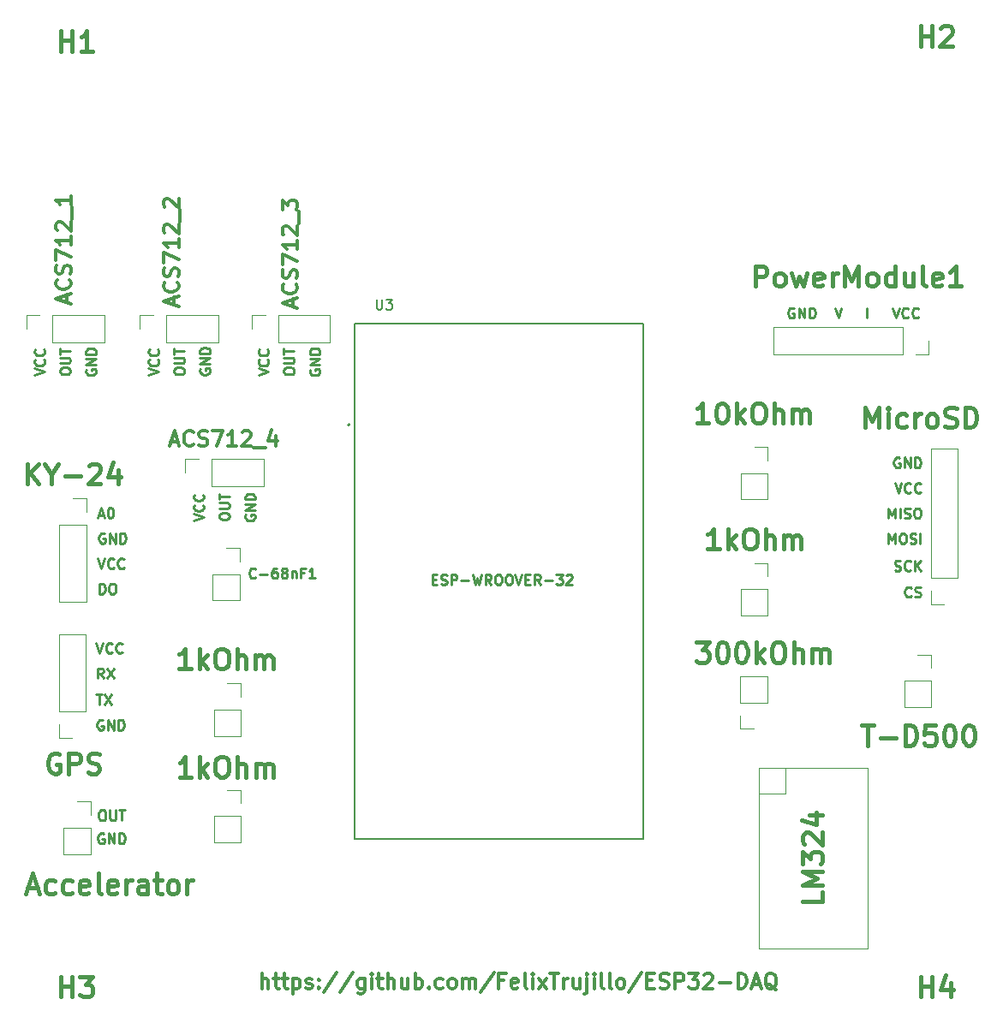
<source format=gbr>
%TF.GenerationSoftware,KiCad,Pcbnew,8.0.4*%
%TF.CreationDate,2024-07-29T13:43:03-05:00*%
%TF.ProjectId,DAQ-Bicineta,4441512d-4269-4636-996e-6574612e6b69,rev?*%
%TF.SameCoordinates,Original*%
%TF.FileFunction,Legend,Top*%
%TF.FilePolarity,Positive*%
%FSLAX46Y46*%
G04 Gerber Fmt 4.6, Leading zero omitted, Abs format (unit mm)*
G04 Created by KiCad (PCBNEW 8.0.4) date 2024-07-29 13:43:03*
%MOMM*%
%LPD*%
G01*
G04 APERTURE LIST*
%ADD10C,0.250000*%
%ADD11C,0.300000*%
%ADD12C,0.400000*%
%ADD13C,0.375000*%
%ADD14C,0.150000*%
%ADD15C,0.120000*%
%ADD16C,0.127000*%
%ADD17C,0.200000*%
G04 APERTURE END LIST*
D10*
X109988282Y-129474619D02*
X110178758Y-129474619D01*
X110178758Y-129474619D02*
X110273996Y-129522238D01*
X110273996Y-129522238D02*
X110369234Y-129617476D01*
X110369234Y-129617476D02*
X110416853Y-129807952D01*
X110416853Y-129807952D02*
X110416853Y-130141285D01*
X110416853Y-130141285D02*
X110369234Y-130331761D01*
X110369234Y-130331761D02*
X110273996Y-130427000D01*
X110273996Y-130427000D02*
X110178758Y-130474619D01*
X110178758Y-130474619D02*
X109988282Y-130474619D01*
X109988282Y-130474619D02*
X109893044Y-130427000D01*
X109893044Y-130427000D02*
X109797806Y-130331761D01*
X109797806Y-130331761D02*
X109750187Y-130141285D01*
X109750187Y-130141285D02*
X109750187Y-129807952D01*
X109750187Y-129807952D02*
X109797806Y-129617476D01*
X109797806Y-129617476D02*
X109893044Y-129522238D01*
X109893044Y-129522238D02*
X109988282Y-129474619D01*
X110845425Y-129474619D02*
X110845425Y-130284142D01*
X110845425Y-130284142D02*
X110893044Y-130379380D01*
X110893044Y-130379380D02*
X110940663Y-130427000D01*
X110940663Y-130427000D02*
X111035901Y-130474619D01*
X111035901Y-130474619D02*
X111226377Y-130474619D01*
X111226377Y-130474619D02*
X111321615Y-130427000D01*
X111321615Y-130427000D02*
X111369234Y-130379380D01*
X111369234Y-130379380D02*
X111416853Y-130284142D01*
X111416853Y-130284142D02*
X111416853Y-129474619D01*
X111750187Y-129474619D02*
X112321615Y-129474619D01*
X112035901Y-130474619D02*
X112035901Y-129474619D01*
X110226377Y-131802238D02*
X110131139Y-131754619D01*
X110131139Y-131754619D02*
X109988282Y-131754619D01*
X109988282Y-131754619D02*
X109845425Y-131802238D01*
X109845425Y-131802238D02*
X109750187Y-131897476D01*
X109750187Y-131897476D02*
X109702568Y-131992714D01*
X109702568Y-131992714D02*
X109654949Y-132183190D01*
X109654949Y-132183190D02*
X109654949Y-132326047D01*
X109654949Y-132326047D02*
X109702568Y-132516523D01*
X109702568Y-132516523D02*
X109750187Y-132611761D01*
X109750187Y-132611761D02*
X109845425Y-132707000D01*
X109845425Y-132707000D02*
X109988282Y-132754619D01*
X109988282Y-132754619D02*
X110083520Y-132754619D01*
X110083520Y-132754619D02*
X110226377Y-132707000D01*
X110226377Y-132707000D02*
X110273996Y-132659380D01*
X110273996Y-132659380D02*
X110273996Y-132326047D01*
X110273996Y-132326047D02*
X110083520Y-132326047D01*
X110702568Y-132754619D02*
X110702568Y-131754619D01*
X110702568Y-131754619D02*
X111273996Y-132754619D01*
X111273996Y-132754619D02*
X111273996Y-131754619D01*
X111750187Y-132754619D02*
X111750187Y-131754619D01*
X111750187Y-131754619D02*
X111988282Y-131754619D01*
X111988282Y-131754619D02*
X112131139Y-131802238D01*
X112131139Y-131802238D02*
X112226377Y-131897476D01*
X112226377Y-131897476D02*
X112273996Y-131992714D01*
X112273996Y-131992714D02*
X112321615Y-132183190D01*
X112321615Y-132183190D02*
X112321615Y-132326047D01*
X112321615Y-132326047D02*
X112273996Y-132516523D01*
X112273996Y-132516523D02*
X112226377Y-132611761D01*
X112226377Y-132611761D02*
X112131139Y-132707000D01*
X112131139Y-132707000D02*
X111988282Y-132754619D01*
X111988282Y-132754619D02*
X111750187Y-132754619D01*
X188411615Y-105742000D02*
X188554472Y-105789619D01*
X188554472Y-105789619D02*
X188792567Y-105789619D01*
X188792567Y-105789619D02*
X188887805Y-105742000D01*
X188887805Y-105742000D02*
X188935424Y-105694380D01*
X188935424Y-105694380D02*
X188983043Y-105599142D01*
X188983043Y-105599142D02*
X188983043Y-105503904D01*
X188983043Y-105503904D02*
X188935424Y-105408666D01*
X188935424Y-105408666D02*
X188887805Y-105361047D01*
X188887805Y-105361047D02*
X188792567Y-105313428D01*
X188792567Y-105313428D02*
X188602091Y-105265809D01*
X188602091Y-105265809D02*
X188506853Y-105218190D01*
X188506853Y-105218190D02*
X188459234Y-105170571D01*
X188459234Y-105170571D02*
X188411615Y-105075333D01*
X188411615Y-105075333D02*
X188411615Y-104980095D01*
X188411615Y-104980095D02*
X188459234Y-104884857D01*
X188459234Y-104884857D02*
X188506853Y-104837238D01*
X188506853Y-104837238D02*
X188602091Y-104789619D01*
X188602091Y-104789619D02*
X188840186Y-104789619D01*
X188840186Y-104789619D02*
X188983043Y-104837238D01*
X189983043Y-105694380D02*
X189935424Y-105742000D01*
X189935424Y-105742000D02*
X189792567Y-105789619D01*
X189792567Y-105789619D02*
X189697329Y-105789619D01*
X189697329Y-105789619D02*
X189554472Y-105742000D01*
X189554472Y-105742000D02*
X189459234Y-105646761D01*
X189459234Y-105646761D02*
X189411615Y-105551523D01*
X189411615Y-105551523D02*
X189363996Y-105361047D01*
X189363996Y-105361047D02*
X189363996Y-105218190D01*
X189363996Y-105218190D02*
X189411615Y-105027714D01*
X189411615Y-105027714D02*
X189459234Y-104932476D01*
X189459234Y-104932476D02*
X189554472Y-104837238D01*
X189554472Y-104837238D02*
X189697329Y-104789619D01*
X189697329Y-104789619D02*
X189792567Y-104789619D01*
X189792567Y-104789619D02*
X189935424Y-104837238D01*
X189935424Y-104837238D02*
X189983043Y-104884857D01*
X190411615Y-105789619D02*
X190411615Y-104789619D01*
X190983043Y-105789619D02*
X190554472Y-105218190D01*
X190983043Y-104789619D02*
X190411615Y-105361047D01*
X125504619Y-86450288D02*
X126504619Y-86116955D01*
X126504619Y-86116955D02*
X125504619Y-85783622D01*
X126409380Y-84878860D02*
X126457000Y-84926479D01*
X126457000Y-84926479D02*
X126504619Y-85069336D01*
X126504619Y-85069336D02*
X126504619Y-85164574D01*
X126504619Y-85164574D02*
X126457000Y-85307431D01*
X126457000Y-85307431D02*
X126361761Y-85402669D01*
X126361761Y-85402669D02*
X126266523Y-85450288D01*
X126266523Y-85450288D02*
X126076047Y-85497907D01*
X126076047Y-85497907D02*
X125933190Y-85497907D01*
X125933190Y-85497907D02*
X125742714Y-85450288D01*
X125742714Y-85450288D02*
X125647476Y-85402669D01*
X125647476Y-85402669D02*
X125552238Y-85307431D01*
X125552238Y-85307431D02*
X125504619Y-85164574D01*
X125504619Y-85164574D02*
X125504619Y-85069336D01*
X125504619Y-85069336D02*
X125552238Y-84926479D01*
X125552238Y-84926479D02*
X125599857Y-84878860D01*
X126409380Y-83878860D02*
X126457000Y-83926479D01*
X126457000Y-83926479D02*
X126504619Y-84069336D01*
X126504619Y-84069336D02*
X126504619Y-84164574D01*
X126504619Y-84164574D02*
X126457000Y-84307431D01*
X126457000Y-84307431D02*
X126361761Y-84402669D01*
X126361761Y-84402669D02*
X126266523Y-84450288D01*
X126266523Y-84450288D02*
X126076047Y-84497907D01*
X126076047Y-84497907D02*
X125933190Y-84497907D01*
X125933190Y-84497907D02*
X125742714Y-84450288D01*
X125742714Y-84450288D02*
X125647476Y-84402669D01*
X125647476Y-84402669D02*
X125552238Y-84307431D01*
X125552238Y-84307431D02*
X125504619Y-84164574D01*
X125504619Y-84164574D02*
X125504619Y-84069336D01*
X125504619Y-84069336D02*
X125552238Y-83926479D01*
X125552238Y-83926479D02*
X125599857Y-83878860D01*
X187792568Y-103089619D02*
X187792568Y-102089619D01*
X187792568Y-102089619D02*
X188125901Y-102803904D01*
X188125901Y-102803904D02*
X188459234Y-102089619D01*
X188459234Y-102089619D02*
X188459234Y-103089619D01*
X189125901Y-102089619D02*
X189316377Y-102089619D01*
X189316377Y-102089619D02*
X189411615Y-102137238D01*
X189411615Y-102137238D02*
X189506853Y-102232476D01*
X189506853Y-102232476D02*
X189554472Y-102422952D01*
X189554472Y-102422952D02*
X189554472Y-102756285D01*
X189554472Y-102756285D02*
X189506853Y-102946761D01*
X189506853Y-102946761D02*
X189411615Y-103042000D01*
X189411615Y-103042000D02*
X189316377Y-103089619D01*
X189316377Y-103089619D02*
X189125901Y-103089619D01*
X189125901Y-103089619D02*
X189030663Y-103042000D01*
X189030663Y-103042000D02*
X188935425Y-102946761D01*
X188935425Y-102946761D02*
X188887806Y-102756285D01*
X188887806Y-102756285D02*
X188887806Y-102422952D01*
X188887806Y-102422952D02*
X188935425Y-102232476D01*
X188935425Y-102232476D02*
X189030663Y-102137238D01*
X189030663Y-102137238D02*
X189125901Y-102089619D01*
X189935425Y-103042000D02*
X190078282Y-103089619D01*
X190078282Y-103089619D02*
X190316377Y-103089619D01*
X190316377Y-103089619D02*
X190411615Y-103042000D01*
X190411615Y-103042000D02*
X190459234Y-102994380D01*
X190459234Y-102994380D02*
X190506853Y-102899142D01*
X190506853Y-102899142D02*
X190506853Y-102803904D01*
X190506853Y-102803904D02*
X190459234Y-102708666D01*
X190459234Y-102708666D02*
X190411615Y-102661047D01*
X190411615Y-102661047D02*
X190316377Y-102613428D01*
X190316377Y-102613428D02*
X190125901Y-102565809D01*
X190125901Y-102565809D02*
X190030663Y-102518190D01*
X190030663Y-102518190D02*
X189983044Y-102470571D01*
X189983044Y-102470571D02*
X189935425Y-102375333D01*
X189935425Y-102375333D02*
X189935425Y-102280095D01*
X189935425Y-102280095D02*
X189983044Y-102184857D01*
X189983044Y-102184857D02*
X190030663Y-102137238D01*
X190030663Y-102137238D02*
X190125901Y-102089619D01*
X190125901Y-102089619D02*
X190363996Y-102089619D01*
X190363996Y-102089619D02*
X190506853Y-102137238D01*
X190935425Y-103089619D02*
X190935425Y-102089619D01*
X105914619Y-86116955D02*
X105914619Y-85926479D01*
X105914619Y-85926479D02*
X105962238Y-85831241D01*
X105962238Y-85831241D02*
X106057476Y-85736003D01*
X106057476Y-85736003D02*
X106247952Y-85688384D01*
X106247952Y-85688384D02*
X106581285Y-85688384D01*
X106581285Y-85688384D02*
X106771761Y-85736003D01*
X106771761Y-85736003D02*
X106867000Y-85831241D01*
X106867000Y-85831241D02*
X106914619Y-85926479D01*
X106914619Y-85926479D02*
X106914619Y-86116955D01*
X106914619Y-86116955D02*
X106867000Y-86212193D01*
X106867000Y-86212193D02*
X106771761Y-86307431D01*
X106771761Y-86307431D02*
X106581285Y-86355050D01*
X106581285Y-86355050D02*
X106247952Y-86355050D01*
X106247952Y-86355050D02*
X106057476Y-86307431D01*
X106057476Y-86307431D02*
X105962238Y-86212193D01*
X105962238Y-86212193D02*
X105914619Y-86116955D01*
X105914619Y-85259812D02*
X106724142Y-85259812D01*
X106724142Y-85259812D02*
X106819380Y-85212193D01*
X106819380Y-85212193D02*
X106867000Y-85164574D01*
X106867000Y-85164574D02*
X106914619Y-85069336D01*
X106914619Y-85069336D02*
X106914619Y-84878860D01*
X106914619Y-84878860D02*
X106867000Y-84783622D01*
X106867000Y-84783622D02*
X106819380Y-84736003D01*
X106819380Y-84736003D02*
X106724142Y-84688384D01*
X106724142Y-84688384D02*
X105914619Y-84688384D01*
X105914619Y-84355050D02*
X105914619Y-83783622D01*
X106914619Y-84069336D02*
X105914619Y-84069336D01*
X114654619Y-86450288D02*
X115654619Y-86116955D01*
X115654619Y-86116955D02*
X114654619Y-85783622D01*
X115559380Y-84878860D02*
X115607000Y-84926479D01*
X115607000Y-84926479D02*
X115654619Y-85069336D01*
X115654619Y-85069336D02*
X115654619Y-85164574D01*
X115654619Y-85164574D02*
X115607000Y-85307431D01*
X115607000Y-85307431D02*
X115511761Y-85402669D01*
X115511761Y-85402669D02*
X115416523Y-85450288D01*
X115416523Y-85450288D02*
X115226047Y-85497907D01*
X115226047Y-85497907D02*
X115083190Y-85497907D01*
X115083190Y-85497907D02*
X114892714Y-85450288D01*
X114892714Y-85450288D02*
X114797476Y-85402669D01*
X114797476Y-85402669D02*
X114702238Y-85307431D01*
X114702238Y-85307431D02*
X114654619Y-85164574D01*
X114654619Y-85164574D02*
X114654619Y-85069336D01*
X114654619Y-85069336D02*
X114702238Y-84926479D01*
X114702238Y-84926479D02*
X114749857Y-84878860D01*
X115559380Y-83878860D02*
X115607000Y-83926479D01*
X115607000Y-83926479D02*
X115654619Y-84069336D01*
X115654619Y-84069336D02*
X115654619Y-84164574D01*
X115654619Y-84164574D02*
X115607000Y-84307431D01*
X115607000Y-84307431D02*
X115511761Y-84402669D01*
X115511761Y-84402669D02*
X115416523Y-84450288D01*
X115416523Y-84450288D02*
X115226047Y-84497907D01*
X115226047Y-84497907D02*
X115083190Y-84497907D01*
X115083190Y-84497907D02*
X114892714Y-84450288D01*
X114892714Y-84450288D02*
X114797476Y-84402669D01*
X114797476Y-84402669D02*
X114702238Y-84307431D01*
X114702238Y-84307431D02*
X114654619Y-84164574D01*
X114654619Y-84164574D02*
X114654619Y-84069336D01*
X114654619Y-84069336D02*
X114702238Y-83926479D01*
X114702238Y-83926479D02*
X114749857Y-83878860D01*
X188887805Y-94637238D02*
X188792567Y-94589619D01*
X188792567Y-94589619D02*
X188649710Y-94589619D01*
X188649710Y-94589619D02*
X188506853Y-94637238D01*
X188506853Y-94637238D02*
X188411615Y-94732476D01*
X188411615Y-94732476D02*
X188363996Y-94827714D01*
X188363996Y-94827714D02*
X188316377Y-95018190D01*
X188316377Y-95018190D02*
X188316377Y-95161047D01*
X188316377Y-95161047D02*
X188363996Y-95351523D01*
X188363996Y-95351523D02*
X188411615Y-95446761D01*
X188411615Y-95446761D02*
X188506853Y-95542000D01*
X188506853Y-95542000D02*
X188649710Y-95589619D01*
X188649710Y-95589619D02*
X188744948Y-95589619D01*
X188744948Y-95589619D02*
X188887805Y-95542000D01*
X188887805Y-95542000D02*
X188935424Y-95494380D01*
X188935424Y-95494380D02*
X188935424Y-95161047D01*
X188935424Y-95161047D02*
X188744948Y-95161047D01*
X189363996Y-95589619D02*
X189363996Y-94589619D01*
X189363996Y-94589619D02*
X189935424Y-95589619D01*
X189935424Y-95589619D02*
X189935424Y-94589619D01*
X190411615Y-95589619D02*
X190411615Y-94589619D01*
X190411615Y-94589619D02*
X190649710Y-94589619D01*
X190649710Y-94589619D02*
X190792567Y-94637238D01*
X190792567Y-94637238D02*
X190887805Y-94732476D01*
X190887805Y-94732476D02*
X190935424Y-94827714D01*
X190935424Y-94827714D02*
X190983043Y-95018190D01*
X190983043Y-95018190D02*
X190983043Y-95161047D01*
X190983043Y-95161047D02*
X190935424Y-95351523D01*
X190935424Y-95351523D02*
X190887805Y-95446761D01*
X190887805Y-95446761D02*
X190792567Y-95542000D01*
X190792567Y-95542000D02*
X190649710Y-95589619D01*
X190649710Y-95589619D02*
X190411615Y-95589619D01*
X182484711Y-79779619D02*
X182818044Y-80779619D01*
X182818044Y-80779619D02*
X183151377Y-79779619D01*
X121634619Y-100491717D02*
X121634619Y-100301241D01*
X121634619Y-100301241D02*
X121682238Y-100206003D01*
X121682238Y-100206003D02*
X121777476Y-100110765D01*
X121777476Y-100110765D02*
X121967952Y-100063146D01*
X121967952Y-100063146D02*
X122301285Y-100063146D01*
X122301285Y-100063146D02*
X122491761Y-100110765D01*
X122491761Y-100110765D02*
X122587000Y-100206003D01*
X122587000Y-100206003D02*
X122634619Y-100301241D01*
X122634619Y-100301241D02*
X122634619Y-100491717D01*
X122634619Y-100491717D02*
X122587000Y-100586955D01*
X122587000Y-100586955D02*
X122491761Y-100682193D01*
X122491761Y-100682193D02*
X122301285Y-100729812D01*
X122301285Y-100729812D02*
X121967952Y-100729812D01*
X121967952Y-100729812D02*
X121777476Y-100682193D01*
X121777476Y-100682193D02*
X121682238Y-100586955D01*
X121682238Y-100586955D02*
X121634619Y-100491717D01*
X121634619Y-99634574D02*
X122444142Y-99634574D01*
X122444142Y-99634574D02*
X122539380Y-99586955D01*
X122539380Y-99586955D02*
X122587000Y-99539336D01*
X122587000Y-99539336D02*
X122634619Y-99444098D01*
X122634619Y-99444098D02*
X122634619Y-99253622D01*
X122634619Y-99253622D02*
X122587000Y-99158384D01*
X122587000Y-99158384D02*
X122539380Y-99110765D01*
X122539380Y-99110765D02*
X122444142Y-99063146D01*
X122444142Y-99063146D02*
X121634619Y-99063146D01*
X121634619Y-98729812D02*
X121634619Y-98158384D01*
X122634619Y-98444098D02*
X121634619Y-98444098D01*
X119104619Y-100825050D02*
X120104619Y-100491717D01*
X120104619Y-100491717D02*
X119104619Y-100158384D01*
X120009380Y-99253622D02*
X120057000Y-99301241D01*
X120057000Y-99301241D02*
X120104619Y-99444098D01*
X120104619Y-99444098D02*
X120104619Y-99539336D01*
X120104619Y-99539336D02*
X120057000Y-99682193D01*
X120057000Y-99682193D02*
X119961761Y-99777431D01*
X119961761Y-99777431D02*
X119866523Y-99825050D01*
X119866523Y-99825050D02*
X119676047Y-99872669D01*
X119676047Y-99872669D02*
X119533190Y-99872669D01*
X119533190Y-99872669D02*
X119342714Y-99825050D01*
X119342714Y-99825050D02*
X119247476Y-99777431D01*
X119247476Y-99777431D02*
X119152238Y-99682193D01*
X119152238Y-99682193D02*
X119104619Y-99539336D01*
X119104619Y-99539336D02*
X119104619Y-99444098D01*
X119104619Y-99444098D02*
X119152238Y-99301241D01*
X119152238Y-99301241D02*
X119199857Y-99253622D01*
X120009380Y-98253622D02*
X120057000Y-98301241D01*
X120057000Y-98301241D02*
X120104619Y-98444098D01*
X120104619Y-98444098D02*
X120104619Y-98539336D01*
X120104619Y-98539336D02*
X120057000Y-98682193D01*
X120057000Y-98682193D02*
X119961761Y-98777431D01*
X119961761Y-98777431D02*
X119866523Y-98825050D01*
X119866523Y-98825050D02*
X119676047Y-98872669D01*
X119676047Y-98872669D02*
X119533190Y-98872669D01*
X119533190Y-98872669D02*
X119342714Y-98825050D01*
X119342714Y-98825050D02*
X119247476Y-98777431D01*
X119247476Y-98777431D02*
X119152238Y-98682193D01*
X119152238Y-98682193D02*
X119104619Y-98539336D01*
X119104619Y-98539336D02*
X119104619Y-98444098D01*
X119104619Y-98444098D02*
X119152238Y-98301241D01*
X119152238Y-98301241D02*
X119199857Y-98253622D01*
X185627568Y-80779619D02*
X185627568Y-79779619D01*
X190030662Y-108294380D02*
X189983043Y-108342000D01*
X189983043Y-108342000D02*
X189840186Y-108389619D01*
X189840186Y-108389619D02*
X189744948Y-108389619D01*
X189744948Y-108389619D02*
X189602091Y-108342000D01*
X189602091Y-108342000D02*
X189506853Y-108246761D01*
X189506853Y-108246761D02*
X189459234Y-108151523D01*
X189459234Y-108151523D02*
X189411615Y-107961047D01*
X189411615Y-107961047D02*
X189411615Y-107818190D01*
X189411615Y-107818190D02*
X189459234Y-107627714D01*
X189459234Y-107627714D02*
X189506853Y-107532476D01*
X189506853Y-107532476D02*
X189602091Y-107437238D01*
X189602091Y-107437238D02*
X189744948Y-107389619D01*
X189744948Y-107389619D02*
X189840186Y-107389619D01*
X189840186Y-107389619D02*
X189983043Y-107437238D01*
X189983043Y-107437238D02*
X190030662Y-107484857D01*
X190411615Y-108342000D02*
X190554472Y-108389619D01*
X190554472Y-108389619D02*
X190792567Y-108389619D01*
X190792567Y-108389619D02*
X190887805Y-108342000D01*
X190887805Y-108342000D02*
X190935424Y-108294380D01*
X190935424Y-108294380D02*
X190983043Y-108199142D01*
X190983043Y-108199142D02*
X190983043Y-108103904D01*
X190983043Y-108103904D02*
X190935424Y-108008666D01*
X190935424Y-108008666D02*
X190887805Y-107961047D01*
X190887805Y-107961047D02*
X190792567Y-107913428D01*
X190792567Y-107913428D02*
X190602091Y-107865809D01*
X190602091Y-107865809D02*
X190506853Y-107818190D01*
X190506853Y-107818190D02*
X190459234Y-107770571D01*
X190459234Y-107770571D02*
X190411615Y-107675333D01*
X190411615Y-107675333D02*
X190411615Y-107580095D01*
X190411615Y-107580095D02*
X190459234Y-107484857D01*
X190459234Y-107484857D02*
X190506853Y-107437238D01*
X190506853Y-107437238D02*
X190602091Y-107389619D01*
X190602091Y-107389619D02*
X190840186Y-107389619D01*
X190840186Y-107389619D02*
X190983043Y-107437238D01*
X109744949Y-100278904D02*
X110221139Y-100278904D01*
X109649711Y-100564619D02*
X109983044Y-99564619D01*
X109983044Y-99564619D02*
X110316377Y-100564619D01*
X110840187Y-99564619D02*
X110935425Y-99564619D01*
X110935425Y-99564619D02*
X111030663Y-99612238D01*
X111030663Y-99612238D02*
X111078282Y-99659857D01*
X111078282Y-99659857D02*
X111125901Y-99755095D01*
X111125901Y-99755095D02*
X111173520Y-99945571D01*
X111173520Y-99945571D02*
X111173520Y-100183666D01*
X111173520Y-100183666D02*
X111125901Y-100374142D01*
X111125901Y-100374142D02*
X111078282Y-100469380D01*
X111078282Y-100469380D02*
X111030663Y-100517000D01*
X111030663Y-100517000D02*
X110935425Y-100564619D01*
X110935425Y-100564619D02*
X110840187Y-100564619D01*
X110840187Y-100564619D02*
X110744949Y-100517000D01*
X110744949Y-100517000D02*
X110697330Y-100469380D01*
X110697330Y-100469380D02*
X110649711Y-100374142D01*
X110649711Y-100374142D02*
X110602092Y-100183666D01*
X110602092Y-100183666D02*
X110602092Y-99945571D01*
X110602092Y-99945571D02*
X110649711Y-99755095D01*
X110649711Y-99755095D02*
X110697330Y-99659857D01*
X110697330Y-99659857D02*
X110744949Y-99612238D01*
X110744949Y-99612238D02*
X110840187Y-99564619D01*
X110316377Y-102112238D02*
X110221139Y-102064619D01*
X110221139Y-102064619D02*
X110078282Y-102064619D01*
X110078282Y-102064619D02*
X109935425Y-102112238D01*
X109935425Y-102112238D02*
X109840187Y-102207476D01*
X109840187Y-102207476D02*
X109792568Y-102302714D01*
X109792568Y-102302714D02*
X109744949Y-102493190D01*
X109744949Y-102493190D02*
X109744949Y-102636047D01*
X109744949Y-102636047D02*
X109792568Y-102826523D01*
X109792568Y-102826523D02*
X109840187Y-102921761D01*
X109840187Y-102921761D02*
X109935425Y-103017000D01*
X109935425Y-103017000D02*
X110078282Y-103064619D01*
X110078282Y-103064619D02*
X110173520Y-103064619D01*
X110173520Y-103064619D02*
X110316377Y-103017000D01*
X110316377Y-103017000D02*
X110363996Y-102969380D01*
X110363996Y-102969380D02*
X110363996Y-102636047D01*
X110363996Y-102636047D02*
X110173520Y-102636047D01*
X110792568Y-103064619D02*
X110792568Y-102064619D01*
X110792568Y-102064619D02*
X111363996Y-103064619D01*
X111363996Y-103064619D02*
X111363996Y-102064619D01*
X111840187Y-103064619D02*
X111840187Y-102064619D01*
X111840187Y-102064619D02*
X112078282Y-102064619D01*
X112078282Y-102064619D02*
X112221139Y-102112238D01*
X112221139Y-102112238D02*
X112316377Y-102207476D01*
X112316377Y-102207476D02*
X112363996Y-102302714D01*
X112363996Y-102302714D02*
X112411615Y-102493190D01*
X112411615Y-102493190D02*
X112411615Y-102636047D01*
X112411615Y-102636047D02*
X112363996Y-102826523D01*
X112363996Y-102826523D02*
X112316377Y-102921761D01*
X112316377Y-102921761D02*
X112221139Y-103017000D01*
X112221139Y-103017000D02*
X112078282Y-103064619D01*
X112078282Y-103064619D02*
X111840187Y-103064619D01*
X103384619Y-86450288D02*
X104384619Y-86116955D01*
X104384619Y-86116955D02*
X103384619Y-85783622D01*
X104289380Y-84878860D02*
X104337000Y-84926479D01*
X104337000Y-84926479D02*
X104384619Y-85069336D01*
X104384619Y-85069336D02*
X104384619Y-85164574D01*
X104384619Y-85164574D02*
X104337000Y-85307431D01*
X104337000Y-85307431D02*
X104241761Y-85402669D01*
X104241761Y-85402669D02*
X104146523Y-85450288D01*
X104146523Y-85450288D02*
X103956047Y-85497907D01*
X103956047Y-85497907D02*
X103813190Y-85497907D01*
X103813190Y-85497907D02*
X103622714Y-85450288D01*
X103622714Y-85450288D02*
X103527476Y-85402669D01*
X103527476Y-85402669D02*
X103432238Y-85307431D01*
X103432238Y-85307431D02*
X103384619Y-85164574D01*
X103384619Y-85164574D02*
X103384619Y-85069336D01*
X103384619Y-85069336D02*
X103432238Y-84926479D01*
X103432238Y-84926479D02*
X103479857Y-84878860D01*
X104289380Y-83878860D02*
X104337000Y-83926479D01*
X104337000Y-83926479D02*
X104384619Y-84069336D01*
X104384619Y-84069336D02*
X104384619Y-84164574D01*
X104384619Y-84164574D02*
X104337000Y-84307431D01*
X104337000Y-84307431D02*
X104241761Y-84402669D01*
X104241761Y-84402669D02*
X104146523Y-84450288D01*
X104146523Y-84450288D02*
X103956047Y-84497907D01*
X103956047Y-84497907D02*
X103813190Y-84497907D01*
X103813190Y-84497907D02*
X103622714Y-84450288D01*
X103622714Y-84450288D02*
X103527476Y-84402669D01*
X103527476Y-84402669D02*
X103432238Y-84307431D01*
X103432238Y-84307431D02*
X103384619Y-84164574D01*
X103384619Y-84164574D02*
X103384619Y-84069336D01*
X103384619Y-84069336D02*
X103432238Y-83926479D01*
X103432238Y-83926479D02*
X103479857Y-83878860D01*
X109479711Y-118024619D02*
X110051139Y-118024619D01*
X109765425Y-119024619D02*
X109765425Y-118024619D01*
X110289235Y-118024619D02*
X110955901Y-119024619D01*
X110955901Y-118024619D02*
X110289235Y-119024619D01*
X124232238Y-100253622D02*
X124184619Y-100348860D01*
X124184619Y-100348860D02*
X124184619Y-100491717D01*
X124184619Y-100491717D02*
X124232238Y-100634574D01*
X124232238Y-100634574D02*
X124327476Y-100729812D01*
X124327476Y-100729812D02*
X124422714Y-100777431D01*
X124422714Y-100777431D02*
X124613190Y-100825050D01*
X124613190Y-100825050D02*
X124756047Y-100825050D01*
X124756047Y-100825050D02*
X124946523Y-100777431D01*
X124946523Y-100777431D02*
X125041761Y-100729812D01*
X125041761Y-100729812D02*
X125137000Y-100634574D01*
X125137000Y-100634574D02*
X125184619Y-100491717D01*
X125184619Y-100491717D02*
X125184619Y-100396479D01*
X125184619Y-100396479D02*
X125137000Y-100253622D01*
X125137000Y-100253622D02*
X125089380Y-100206003D01*
X125089380Y-100206003D02*
X124756047Y-100206003D01*
X124756047Y-100206003D02*
X124756047Y-100396479D01*
X125184619Y-99777431D02*
X124184619Y-99777431D01*
X124184619Y-99777431D02*
X125184619Y-99206003D01*
X125184619Y-99206003D02*
X124184619Y-99206003D01*
X125184619Y-98729812D02*
X124184619Y-98729812D01*
X124184619Y-98729812D02*
X124184619Y-98491717D01*
X124184619Y-98491717D02*
X124232238Y-98348860D01*
X124232238Y-98348860D02*
X124327476Y-98253622D01*
X124327476Y-98253622D02*
X124422714Y-98206003D01*
X124422714Y-98206003D02*
X124613190Y-98158384D01*
X124613190Y-98158384D02*
X124756047Y-98158384D01*
X124756047Y-98158384D02*
X124946523Y-98206003D01*
X124946523Y-98206003D02*
X125041761Y-98253622D01*
X125041761Y-98253622D02*
X125137000Y-98348860D01*
X125137000Y-98348860D02*
X125184619Y-98491717D01*
X125184619Y-98491717D02*
X125184619Y-98729812D01*
X117184619Y-86116955D02*
X117184619Y-85926479D01*
X117184619Y-85926479D02*
X117232238Y-85831241D01*
X117232238Y-85831241D02*
X117327476Y-85736003D01*
X117327476Y-85736003D02*
X117517952Y-85688384D01*
X117517952Y-85688384D02*
X117851285Y-85688384D01*
X117851285Y-85688384D02*
X118041761Y-85736003D01*
X118041761Y-85736003D02*
X118137000Y-85831241D01*
X118137000Y-85831241D02*
X118184619Y-85926479D01*
X118184619Y-85926479D02*
X118184619Y-86116955D01*
X118184619Y-86116955D02*
X118137000Y-86212193D01*
X118137000Y-86212193D02*
X118041761Y-86307431D01*
X118041761Y-86307431D02*
X117851285Y-86355050D01*
X117851285Y-86355050D02*
X117517952Y-86355050D01*
X117517952Y-86355050D02*
X117327476Y-86307431D01*
X117327476Y-86307431D02*
X117232238Y-86212193D01*
X117232238Y-86212193D02*
X117184619Y-86116955D01*
X117184619Y-85259812D02*
X117994142Y-85259812D01*
X117994142Y-85259812D02*
X118089380Y-85212193D01*
X118089380Y-85212193D02*
X118137000Y-85164574D01*
X118137000Y-85164574D02*
X118184619Y-85069336D01*
X118184619Y-85069336D02*
X118184619Y-84878860D01*
X118184619Y-84878860D02*
X118137000Y-84783622D01*
X118137000Y-84783622D02*
X118089380Y-84736003D01*
X118089380Y-84736003D02*
X117994142Y-84688384D01*
X117994142Y-84688384D02*
X117184619Y-84688384D01*
X117184619Y-84355050D02*
X117184619Y-83783622D01*
X118184619Y-84069336D02*
X117184619Y-84069336D01*
X109649711Y-104564619D02*
X109983044Y-105564619D01*
X109983044Y-105564619D02*
X110316377Y-104564619D01*
X111221139Y-105469380D02*
X111173520Y-105517000D01*
X111173520Y-105517000D02*
X111030663Y-105564619D01*
X111030663Y-105564619D02*
X110935425Y-105564619D01*
X110935425Y-105564619D02*
X110792568Y-105517000D01*
X110792568Y-105517000D02*
X110697330Y-105421761D01*
X110697330Y-105421761D02*
X110649711Y-105326523D01*
X110649711Y-105326523D02*
X110602092Y-105136047D01*
X110602092Y-105136047D02*
X110602092Y-104993190D01*
X110602092Y-104993190D02*
X110649711Y-104802714D01*
X110649711Y-104802714D02*
X110697330Y-104707476D01*
X110697330Y-104707476D02*
X110792568Y-104612238D01*
X110792568Y-104612238D02*
X110935425Y-104564619D01*
X110935425Y-104564619D02*
X111030663Y-104564619D01*
X111030663Y-104564619D02*
X111173520Y-104612238D01*
X111173520Y-104612238D02*
X111221139Y-104659857D01*
X112221139Y-105469380D02*
X112173520Y-105517000D01*
X112173520Y-105517000D02*
X112030663Y-105564619D01*
X112030663Y-105564619D02*
X111935425Y-105564619D01*
X111935425Y-105564619D02*
X111792568Y-105517000D01*
X111792568Y-105517000D02*
X111697330Y-105421761D01*
X111697330Y-105421761D02*
X111649711Y-105326523D01*
X111649711Y-105326523D02*
X111602092Y-105136047D01*
X111602092Y-105136047D02*
X111602092Y-104993190D01*
X111602092Y-104993190D02*
X111649711Y-104802714D01*
X111649711Y-104802714D02*
X111697330Y-104707476D01*
X111697330Y-104707476D02*
X111792568Y-104612238D01*
X111792568Y-104612238D02*
X111935425Y-104564619D01*
X111935425Y-104564619D02*
X112030663Y-104564619D01*
X112030663Y-104564619D02*
X112173520Y-104612238D01*
X112173520Y-104612238D02*
X112221139Y-104659857D01*
X142702568Y-106640809D02*
X143035901Y-106640809D01*
X143178758Y-107164619D02*
X142702568Y-107164619D01*
X142702568Y-107164619D02*
X142702568Y-106164619D01*
X142702568Y-106164619D02*
X143178758Y-106164619D01*
X143559711Y-107117000D02*
X143702568Y-107164619D01*
X143702568Y-107164619D02*
X143940663Y-107164619D01*
X143940663Y-107164619D02*
X144035901Y-107117000D01*
X144035901Y-107117000D02*
X144083520Y-107069380D01*
X144083520Y-107069380D02*
X144131139Y-106974142D01*
X144131139Y-106974142D02*
X144131139Y-106878904D01*
X144131139Y-106878904D02*
X144083520Y-106783666D01*
X144083520Y-106783666D02*
X144035901Y-106736047D01*
X144035901Y-106736047D02*
X143940663Y-106688428D01*
X143940663Y-106688428D02*
X143750187Y-106640809D01*
X143750187Y-106640809D02*
X143654949Y-106593190D01*
X143654949Y-106593190D02*
X143607330Y-106545571D01*
X143607330Y-106545571D02*
X143559711Y-106450333D01*
X143559711Y-106450333D02*
X143559711Y-106355095D01*
X143559711Y-106355095D02*
X143607330Y-106259857D01*
X143607330Y-106259857D02*
X143654949Y-106212238D01*
X143654949Y-106212238D02*
X143750187Y-106164619D01*
X143750187Y-106164619D02*
X143988282Y-106164619D01*
X143988282Y-106164619D02*
X144131139Y-106212238D01*
X144559711Y-107164619D02*
X144559711Y-106164619D01*
X144559711Y-106164619D02*
X144940663Y-106164619D01*
X144940663Y-106164619D02*
X145035901Y-106212238D01*
X145035901Y-106212238D02*
X145083520Y-106259857D01*
X145083520Y-106259857D02*
X145131139Y-106355095D01*
X145131139Y-106355095D02*
X145131139Y-106497952D01*
X145131139Y-106497952D02*
X145083520Y-106593190D01*
X145083520Y-106593190D02*
X145035901Y-106640809D01*
X145035901Y-106640809D02*
X144940663Y-106688428D01*
X144940663Y-106688428D02*
X144559711Y-106688428D01*
X145559711Y-106783666D02*
X146321616Y-106783666D01*
X146702568Y-106164619D02*
X146940663Y-107164619D01*
X146940663Y-107164619D02*
X147131139Y-106450333D01*
X147131139Y-106450333D02*
X147321615Y-107164619D01*
X147321615Y-107164619D02*
X147559711Y-106164619D01*
X148512091Y-107164619D02*
X148178758Y-106688428D01*
X147940663Y-107164619D02*
X147940663Y-106164619D01*
X147940663Y-106164619D02*
X148321615Y-106164619D01*
X148321615Y-106164619D02*
X148416853Y-106212238D01*
X148416853Y-106212238D02*
X148464472Y-106259857D01*
X148464472Y-106259857D02*
X148512091Y-106355095D01*
X148512091Y-106355095D02*
X148512091Y-106497952D01*
X148512091Y-106497952D02*
X148464472Y-106593190D01*
X148464472Y-106593190D02*
X148416853Y-106640809D01*
X148416853Y-106640809D02*
X148321615Y-106688428D01*
X148321615Y-106688428D02*
X147940663Y-106688428D01*
X149131139Y-106164619D02*
X149321615Y-106164619D01*
X149321615Y-106164619D02*
X149416853Y-106212238D01*
X149416853Y-106212238D02*
X149512091Y-106307476D01*
X149512091Y-106307476D02*
X149559710Y-106497952D01*
X149559710Y-106497952D02*
X149559710Y-106831285D01*
X149559710Y-106831285D02*
X149512091Y-107021761D01*
X149512091Y-107021761D02*
X149416853Y-107117000D01*
X149416853Y-107117000D02*
X149321615Y-107164619D01*
X149321615Y-107164619D02*
X149131139Y-107164619D01*
X149131139Y-107164619D02*
X149035901Y-107117000D01*
X149035901Y-107117000D02*
X148940663Y-107021761D01*
X148940663Y-107021761D02*
X148893044Y-106831285D01*
X148893044Y-106831285D02*
X148893044Y-106497952D01*
X148893044Y-106497952D02*
X148940663Y-106307476D01*
X148940663Y-106307476D02*
X149035901Y-106212238D01*
X149035901Y-106212238D02*
X149131139Y-106164619D01*
X150178758Y-106164619D02*
X150369234Y-106164619D01*
X150369234Y-106164619D02*
X150464472Y-106212238D01*
X150464472Y-106212238D02*
X150559710Y-106307476D01*
X150559710Y-106307476D02*
X150607329Y-106497952D01*
X150607329Y-106497952D02*
X150607329Y-106831285D01*
X150607329Y-106831285D02*
X150559710Y-107021761D01*
X150559710Y-107021761D02*
X150464472Y-107117000D01*
X150464472Y-107117000D02*
X150369234Y-107164619D01*
X150369234Y-107164619D02*
X150178758Y-107164619D01*
X150178758Y-107164619D02*
X150083520Y-107117000D01*
X150083520Y-107117000D02*
X149988282Y-107021761D01*
X149988282Y-107021761D02*
X149940663Y-106831285D01*
X149940663Y-106831285D02*
X149940663Y-106497952D01*
X149940663Y-106497952D02*
X149988282Y-106307476D01*
X149988282Y-106307476D02*
X150083520Y-106212238D01*
X150083520Y-106212238D02*
X150178758Y-106164619D01*
X150893044Y-106164619D02*
X151226377Y-107164619D01*
X151226377Y-107164619D02*
X151559710Y-106164619D01*
X151893044Y-106640809D02*
X152226377Y-106640809D01*
X152369234Y-107164619D02*
X151893044Y-107164619D01*
X151893044Y-107164619D02*
X151893044Y-106164619D01*
X151893044Y-106164619D02*
X152369234Y-106164619D01*
X153369234Y-107164619D02*
X153035901Y-106688428D01*
X152797806Y-107164619D02*
X152797806Y-106164619D01*
X152797806Y-106164619D02*
X153178758Y-106164619D01*
X153178758Y-106164619D02*
X153273996Y-106212238D01*
X153273996Y-106212238D02*
X153321615Y-106259857D01*
X153321615Y-106259857D02*
X153369234Y-106355095D01*
X153369234Y-106355095D02*
X153369234Y-106497952D01*
X153369234Y-106497952D02*
X153321615Y-106593190D01*
X153321615Y-106593190D02*
X153273996Y-106640809D01*
X153273996Y-106640809D02*
X153178758Y-106688428D01*
X153178758Y-106688428D02*
X152797806Y-106688428D01*
X153797806Y-106783666D02*
X154559711Y-106783666D01*
X154940663Y-106164619D02*
X155559710Y-106164619D01*
X155559710Y-106164619D02*
X155226377Y-106545571D01*
X155226377Y-106545571D02*
X155369234Y-106545571D01*
X155369234Y-106545571D02*
X155464472Y-106593190D01*
X155464472Y-106593190D02*
X155512091Y-106640809D01*
X155512091Y-106640809D02*
X155559710Y-106736047D01*
X155559710Y-106736047D02*
X155559710Y-106974142D01*
X155559710Y-106974142D02*
X155512091Y-107069380D01*
X155512091Y-107069380D02*
X155464472Y-107117000D01*
X155464472Y-107117000D02*
X155369234Y-107164619D01*
X155369234Y-107164619D02*
X155083520Y-107164619D01*
X155083520Y-107164619D02*
X154988282Y-107117000D01*
X154988282Y-107117000D02*
X154940663Y-107069380D01*
X155940663Y-106259857D02*
X155988282Y-106212238D01*
X155988282Y-106212238D02*
X156083520Y-106164619D01*
X156083520Y-106164619D02*
X156321615Y-106164619D01*
X156321615Y-106164619D02*
X156416853Y-106212238D01*
X156416853Y-106212238D02*
X156464472Y-106259857D01*
X156464472Y-106259857D02*
X156512091Y-106355095D01*
X156512091Y-106355095D02*
X156512091Y-106450333D01*
X156512091Y-106450333D02*
X156464472Y-106593190D01*
X156464472Y-106593190D02*
X155893044Y-107164619D01*
X155893044Y-107164619D02*
X156512091Y-107164619D01*
X108512238Y-85878860D02*
X108464619Y-85974098D01*
X108464619Y-85974098D02*
X108464619Y-86116955D01*
X108464619Y-86116955D02*
X108512238Y-86259812D01*
X108512238Y-86259812D02*
X108607476Y-86355050D01*
X108607476Y-86355050D02*
X108702714Y-86402669D01*
X108702714Y-86402669D02*
X108893190Y-86450288D01*
X108893190Y-86450288D02*
X109036047Y-86450288D01*
X109036047Y-86450288D02*
X109226523Y-86402669D01*
X109226523Y-86402669D02*
X109321761Y-86355050D01*
X109321761Y-86355050D02*
X109417000Y-86259812D01*
X109417000Y-86259812D02*
X109464619Y-86116955D01*
X109464619Y-86116955D02*
X109464619Y-86021717D01*
X109464619Y-86021717D02*
X109417000Y-85878860D01*
X109417000Y-85878860D02*
X109369380Y-85831241D01*
X109369380Y-85831241D02*
X109036047Y-85831241D01*
X109036047Y-85831241D02*
X109036047Y-86021717D01*
X109464619Y-85402669D02*
X108464619Y-85402669D01*
X108464619Y-85402669D02*
X109464619Y-84831241D01*
X109464619Y-84831241D02*
X108464619Y-84831241D01*
X109464619Y-84355050D02*
X108464619Y-84355050D01*
X108464619Y-84355050D02*
X108464619Y-84116955D01*
X108464619Y-84116955D02*
X108512238Y-83974098D01*
X108512238Y-83974098D02*
X108607476Y-83878860D01*
X108607476Y-83878860D02*
X108702714Y-83831241D01*
X108702714Y-83831241D02*
X108893190Y-83783622D01*
X108893190Y-83783622D02*
X109036047Y-83783622D01*
X109036047Y-83783622D02*
X109226523Y-83831241D01*
X109226523Y-83831241D02*
X109321761Y-83878860D01*
X109321761Y-83878860D02*
X109417000Y-83974098D01*
X109417000Y-83974098D02*
X109464619Y-84116955D01*
X109464619Y-84116955D02*
X109464619Y-84355050D01*
X178451377Y-79827238D02*
X178356139Y-79779619D01*
X178356139Y-79779619D02*
X178213282Y-79779619D01*
X178213282Y-79779619D02*
X178070425Y-79827238D01*
X178070425Y-79827238D02*
X177975187Y-79922476D01*
X177975187Y-79922476D02*
X177927568Y-80017714D01*
X177927568Y-80017714D02*
X177879949Y-80208190D01*
X177879949Y-80208190D02*
X177879949Y-80351047D01*
X177879949Y-80351047D02*
X177927568Y-80541523D01*
X177927568Y-80541523D02*
X177975187Y-80636761D01*
X177975187Y-80636761D02*
X178070425Y-80732000D01*
X178070425Y-80732000D02*
X178213282Y-80779619D01*
X178213282Y-80779619D02*
X178308520Y-80779619D01*
X178308520Y-80779619D02*
X178451377Y-80732000D01*
X178451377Y-80732000D02*
X178498996Y-80684380D01*
X178498996Y-80684380D02*
X178498996Y-80351047D01*
X178498996Y-80351047D02*
X178308520Y-80351047D01*
X178927568Y-80779619D02*
X178927568Y-79779619D01*
X178927568Y-79779619D02*
X179498996Y-80779619D01*
X179498996Y-80779619D02*
X179498996Y-79779619D01*
X179975187Y-80779619D02*
X179975187Y-79779619D01*
X179975187Y-79779619D02*
X180213282Y-79779619D01*
X180213282Y-79779619D02*
X180356139Y-79827238D01*
X180356139Y-79827238D02*
X180451377Y-79922476D01*
X180451377Y-79922476D02*
X180498996Y-80017714D01*
X180498996Y-80017714D02*
X180546615Y-80208190D01*
X180546615Y-80208190D02*
X180546615Y-80351047D01*
X180546615Y-80351047D02*
X180498996Y-80541523D01*
X180498996Y-80541523D02*
X180451377Y-80636761D01*
X180451377Y-80636761D02*
X180356139Y-80732000D01*
X180356139Y-80732000D02*
X180213282Y-80779619D01*
X180213282Y-80779619D02*
X179975187Y-80779619D01*
X110146377Y-120572238D02*
X110051139Y-120524619D01*
X110051139Y-120524619D02*
X109908282Y-120524619D01*
X109908282Y-120524619D02*
X109765425Y-120572238D01*
X109765425Y-120572238D02*
X109670187Y-120667476D01*
X109670187Y-120667476D02*
X109622568Y-120762714D01*
X109622568Y-120762714D02*
X109574949Y-120953190D01*
X109574949Y-120953190D02*
X109574949Y-121096047D01*
X109574949Y-121096047D02*
X109622568Y-121286523D01*
X109622568Y-121286523D02*
X109670187Y-121381761D01*
X109670187Y-121381761D02*
X109765425Y-121477000D01*
X109765425Y-121477000D02*
X109908282Y-121524619D01*
X109908282Y-121524619D02*
X110003520Y-121524619D01*
X110003520Y-121524619D02*
X110146377Y-121477000D01*
X110146377Y-121477000D02*
X110193996Y-121429380D01*
X110193996Y-121429380D02*
X110193996Y-121096047D01*
X110193996Y-121096047D02*
X110003520Y-121096047D01*
X110622568Y-121524619D02*
X110622568Y-120524619D01*
X110622568Y-120524619D02*
X111193996Y-121524619D01*
X111193996Y-121524619D02*
X111193996Y-120524619D01*
X111670187Y-121524619D02*
X111670187Y-120524619D01*
X111670187Y-120524619D02*
X111908282Y-120524619D01*
X111908282Y-120524619D02*
X112051139Y-120572238D01*
X112051139Y-120572238D02*
X112146377Y-120667476D01*
X112146377Y-120667476D02*
X112193996Y-120762714D01*
X112193996Y-120762714D02*
X112241615Y-120953190D01*
X112241615Y-120953190D02*
X112241615Y-121096047D01*
X112241615Y-121096047D02*
X112193996Y-121286523D01*
X112193996Y-121286523D02*
X112146377Y-121381761D01*
X112146377Y-121381761D02*
X112051139Y-121477000D01*
X112051139Y-121477000D02*
X111908282Y-121524619D01*
X111908282Y-121524619D02*
X111670187Y-121524619D01*
D11*
X125854510Y-147100828D02*
X125854510Y-145600828D01*
X126497368Y-147100828D02*
X126497368Y-146315114D01*
X126497368Y-146315114D02*
X126425939Y-146172257D01*
X126425939Y-146172257D02*
X126283082Y-146100828D01*
X126283082Y-146100828D02*
X126068796Y-146100828D01*
X126068796Y-146100828D02*
X125925939Y-146172257D01*
X125925939Y-146172257D02*
X125854510Y-146243685D01*
X126997368Y-146100828D02*
X127568796Y-146100828D01*
X127211653Y-145600828D02*
X127211653Y-146886542D01*
X127211653Y-146886542D02*
X127283082Y-147029400D01*
X127283082Y-147029400D02*
X127425939Y-147100828D01*
X127425939Y-147100828D02*
X127568796Y-147100828D01*
X127854511Y-146100828D02*
X128425939Y-146100828D01*
X128068796Y-145600828D02*
X128068796Y-146886542D01*
X128068796Y-146886542D02*
X128140225Y-147029400D01*
X128140225Y-147029400D02*
X128283082Y-147100828D01*
X128283082Y-147100828D02*
X128425939Y-147100828D01*
X128925939Y-146100828D02*
X128925939Y-147600828D01*
X128925939Y-146172257D02*
X129068797Y-146100828D01*
X129068797Y-146100828D02*
X129354511Y-146100828D01*
X129354511Y-146100828D02*
X129497368Y-146172257D01*
X129497368Y-146172257D02*
X129568797Y-146243685D01*
X129568797Y-146243685D02*
X129640225Y-146386542D01*
X129640225Y-146386542D02*
X129640225Y-146815114D01*
X129640225Y-146815114D02*
X129568797Y-146957971D01*
X129568797Y-146957971D02*
X129497368Y-147029400D01*
X129497368Y-147029400D02*
X129354511Y-147100828D01*
X129354511Y-147100828D02*
X129068797Y-147100828D01*
X129068797Y-147100828D02*
X128925939Y-147029400D01*
X130211654Y-147029400D02*
X130354511Y-147100828D01*
X130354511Y-147100828D02*
X130640225Y-147100828D01*
X130640225Y-147100828D02*
X130783082Y-147029400D01*
X130783082Y-147029400D02*
X130854511Y-146886542D01*
X130854511Y-146886542D02*
X130854511Y-146815114D01*
X130854511Y-146815114D02*
X130783082Y-146672257D01*
X130783082Y-146672257D02*
X130640225Y-146600828D01*
X130640225Y-146600828D02*
X130425940Y-146600828D01*
X130425940Y-146600828D02*
X130283082Y-146529400D01*
X130283082Y-146529400D02*
X130211654Y-146386542D01*
X130211654Y-146386542D02*
X130211654Y-146315114D01*
X130211654Y-146315114D02*
X130283082Y-146172257D01*
X130283082Y-146172257D02*
X130425940Y-146100828D01*
X130425940Y-146100828D02*
X130640225Y-146100828D01*
X130640225Y-146100828D02*
X130783082Y-146172257D01*
X131497368Y-146957971D02*
X131568797Y-147029400D01*
X131568797Y-147029400D02*
X131497368Y-147100828D01*
X131497368Y-147100828D02*
X131425940Y-147029400D01*
X131425940Y-147029400D02*
X131497368Y-146957971D01*
X131497368Y-146957971D02*
X131497368Y-147100828D01*
X131497368Y-146172257D02*
X131568797Y-146243685D01*
X131568797Y-146243685D02*
X131497368Y-146315114D01*
X131497368Y-146315114D02*
X131425940Y-146243685D01*
X131425940Y-146243685D02*
X131497368Y-146172257D01*
X131497368Y-146172257D02*
X131497368Y-146315114D01*
X133283083Y-145529400D02*
X131997369Y-147457971D01*
X134854512Y-145529400D02*
X133568798Y-147457971D01*
X135997370Y-146100828D02*
X135997370Y-147315114D01*
X135997370Y-147315114D02*
X135925941Y-147457971D01*
X135925941Y-147457971D02*
X135854512Y-147529400D01*
X135854512Y-147529400D02*
X135711655Y-147600828D01*
X135711655Y-147600828D02*
X135497370Y-147600828D01*
X135497370Y-147600828D02*
X135354512Y-147529400D01*
X135997370Y-147029400D02*
X135854512Y-147100828D01*
X135854512Y-147100828D02*
X135568798Y-147100828D01*
X135568798Y-147100828D02*
X135425941Y-147029400D01*
X135425941Y-147029400D02*
X135354512Y-146957971D01*
X135354512Y-146957971D02*
X135283084Y-146815114D01*
X135283084Y-146815114D02*
X135283084Y-146386542D01*
X135283084Y-146386542D02*
X135354512Y-146243685D01*
X135354512Y-146243685D02*
X135425941Y-146172257D01*
X135425941Y-146172257D02*
X135568798Y-146100828D01*
X135568798Y-146100828D02*
X135854512Y-146100828D01*
X135854512Y-146100828D02*
X135997370Y-146172257D01*
X136711655Y-147100828D02*
X136711655Y-146100828D01*
X136711655Y-145600828D02*
X136640227Y-145672257D01*
X136640227Y-145672257D02*
X136711655Y-145743685D01*
X136711655Y-145743685D02*
X136783084Y-145672257D01*
X136783084Y-145672257D02*
X136711655Y-145600828D01*
X136711655Y-145600828D02*
X136711655Y-145743685D01*
X137211656Y-146100828D02*
X137783084Y-146100828D01*
X137425941Y-145600828D02*
X137425941Y-146886542D01*
X137425941Y-146886542D02*
X137497370Y-147029400D01*
X137497370Y-147029400D02*
X137640227Y-147100828D01*
X137640227Y-147100828D02*
X137783084Y-147100828D01*
X138283084Y-147100828D02*
X138283084Y-145600828D01*
X138925942Y-147100828D02*
X138925942Y-146315114D01*
X138925942Y-146315114D02*
X138854513Y-146172257D01*
X138854513Y-146172257D02*
X138711656Y-146100828D01*
X138711656Y-146100828D02*
X138497370Y-146100828D01*
X138497370Y-146100828D02*
X138354513Y-146172257D01*
X138354513Y-146172257D02*
X138283084Y-146243685D01*
X140283085Y-146100828D02*
X140283085Y-147100828D01*
X139640227Y-146100828D02*
X139640227Y-146886542D01*
X139640227Y-146886542D02*
X139711656Y-147029400D01*
X139711656Y-147029400D02*
X139854513Y-147100828D01*
X139854513Y-147100828D02*
X140068799Y-147100828D01*
X140068799Y-147100828D02*
X140211656Y-147029400D01*
X140211656Y-147029400D02*
X140283085Y-146957971D01*
X140997370Y-147100828D02*
X140997370Y-145600828D01*
X140997370Y-146172257D02*
X141140228Y-146100828D01*
X141140228Y-146100828D02*
X141425942Y-146100828D01*
X141425942Y-146100828D02*
X141568799Y-146172257D01*
X141568799Y-146172257D02*
X141640228Y-146243685D01*
X141640228Y-146243685D02*
X141711656Y-146386542D01*
X141711656Y-146386542D02*
X141711656Y-146815114D01*
X141711656Y-146815114D02*
X141640228Y-146957971D01*
X141640228Y-146957971D02*
X141568799Y-147029400D01*
X141568799Y-147029400D02*
X141425942Y-147100828D01*
X141425942Y-147100828D02*
X141140228Y-147100828D01*
X141140228Y-147100828D02*
X140997370Y-147029400D01*
X142354513Y-146957971D02*
X142425942Y-147029400D01*
X142425942Y-147029400D02*
X142354513Y-147100828D01*
X142354513Y-147100828D02*
X142283085Y-147029400D01*
X142283085Y-147029400D02*
X142354513Y-146957971D01*
X142354513Y-146957971D02*
X142354513Y-147100828D01*
X143711657Y-147029400D02*
X143568799Y-147100828D01*
X143568799Y-147100828D02*
X143283085Y-147100828D01*
X143283085Y-147100828D02*
X143140228Y-147029400D01*
X143140228Y-147029400D02*
X143068799Y-146957971D01*
X143068799Y-146957971D02*
X142997371Y-146815114D01*
X142997371Y-146815114D02*
X142997371Y-146386542D01*
X142997371Y-146386542D02*
X143068799Y-146243685D01*
X143068799Y-146243685D02*
X143140228Y-146172257D01*
X143140228Y-146172257D02*
X143283085Y-146100828D01*
X143283085Y-146100828D02*
X143568799Y-146100828D01*
X143568799Y-146100828D02*
X143711657Y-146172257D01*
X144568799Y-147100828D02*
X144425942Y-147029400D01*
X144425942Y-147029400D02*
X144354513Y-146957971D01*
X144354513Y-146957971D02*
X144283085Y-146815114D01*
X144283085Y-146815114D02*
X144283085Y-146386542D01*
X144283085Y-146386542D02*
X144354513Y-146243685D01*
X144354513Y-146243685D02*
X144425942Y-146172257D01*
X144425942Y-146172257D02*
X144568799Y-146100828D01*
X144568799Y-146100828D02*
X144783085Y-146100828D01*
X144783085Y-146100828D02*
X144925942Y-146172257D01*
X144925942Y-146172257D02*
X144997371Y-146243685D01*
X144997371Y-146243685D02*
X145068799Y-146386542D01*
X145068799Y-146386542D02*
X145068799Y-146815114D01*
X145068799Y-146815114D02*
X144997371Y-146957971D01*
X144997371Y-146957971D02*
X144925942Y-147029400D01*
X144925942Y-147029400D02*
X144783085Y-147100828D01*
X144783085Y-147100828D02*
X144568799Y-147100828D01*
X145711656Y-147100828D02*
X145711656Y-146100828D01*
X145711656Y-146243685D02*
X145783085Y-146172257D01*
X145783085Y-146172257D02*
X145925942Y-146100828D01*
X145925942Y-146100828D02*
X146140228Y-146100828D01*
X146140228Y-146100828D02*
X146283085Y-146172257D01*
X146283085Y-146172257D02*
X146354514Y-146315114D01*
X146354514Y-146315114D02*
X146354514Y-147100828D01*
X146354514Y-146315114D02*
X146425942Y-146172257D01*
X146425942Y-146172257D02*
X146568799Y-146100828D01*
X146568799Y-146100828D02*
X146783085Y-146100828D01*
X146783085Y-146100828D02*
X146925942Y-146172257D01*
X146925942Y-146172257D02*
X146997371Y-146315114D01*
X146997371Y-146315114D02*
X146997371Y-147100828D01*
X148783085Y-145529400D02*
X147497371Y-147457971D01*
X149783085Y-146315114D02*
X149283085Y-146315114D01*
X149283085Y-147100828D02*
X149283085Y-145600828D01*
X149283085Y-145600828D02*
X149997371Y-145600828D01*
X151140228Y-147029400D02*
X150997371Y-147100828D01*
X150997371Y-147100828D02*
X150711657Y-147100828D01*
X150711657Y-147100828D02*
X150568799Y-147029400D01*
X150568799Y-147029400D02*
X150497371Y-146886542D01*
X150497371Y-146886542D02*
X150497371Y-146315114D01*
X150497371Y-146315114D02*
X150568799Y-146172257D01*
X150568799Y-146172257D02*
X150711657Y-146100828D01*
X150711657Y-146100828D02*
X150997371Y-146100828D01*
X150997371Y-146100828D02*
X151140228Y-146172257D01*
X151140228Y-146172257D02*
X151211657Y-146315114D01*
X151211657Y-146315114D02*
X151211657Y-146457971D01*
X151211657Y-146457971D02*
X150497371Y-146600828D01*
X152068799Y-147100828D02*
X151925942Y-147029400D01*
X151925942Y-147029400D02*
X151854513Y-146886542D01*
X151854513Y-146886542D02*
X151854513Y-145600828D01*
X152640227Y-147100828D02*
X152640227Y-146100828D01*
X152640227Y-145600828D02*
X152568799Y-145672257D01*
X152568799Y-145672257D02*
X152640227Y-145743685D01*
X152640227Y-145743685D02*
X152711656Y-145672257D01*
X152711656Y-145672257D02*
X152640227Y-145600828D01*
X152640227Y-145600828D02*
X152640227Y-145743685D01*
X153211656Y-147100828D02*
X153997371Y-146100828D01*
X153211656Y-146100828D02*
X153997371Y-147100828D01*
X154354514Y-145600828D02*
X155211657Y-145600828D01*
X154783085Y-147100828D02*
X154783085Y-145600828D01*
X155711656Y-147100828D02*
X155711656Y-146100828D01*
X155711656Y-146386542D02*
X155783085Y-146243685D01*
X155783085Y-146243685D02*
X155854514Y-146172257D01*
X155854514Y-146172257D02*
X155997371Y-146100828D01*
X155997371Y-146100828D02*
X156140228Y-146100828D01*
X157283085Y-146100828D02*
X157283085Y-147100828D01*
X156640227Y-146100828D02*
X156640227Y-146886542D01*
X156640227Y-146886542D02*
X156711656Y-147029400D01*
X156711656Y-147029400D02*
X156854513Y-147100828D01*
X156854513Y-147100828D02*
X157068799Y-147100828D01*
X157068799Y-147100828D02*
X157211656Y-147029400D01*
X157211656Y-147029400D02*
X157283085Y-146957971D01*
X157997370Y-146100828D02*
X157997370Y-147386542D01*
X157997370Y-147386542D02*
X157925942Y-147529400D01*
X157925942Y-147529400D02*
X157783085Y-147600828D01*
X157783085Y-147600828D02*
X157711656Y-147600828D01*
X157997370Y-145600828D02*
X157925942Y-145672257D01*
X157925942Y-145672257D02*
X157997370Y-145743685D01*
X157997370Y-145743685D02*
X158068799Y-145672257D01*
X158068799Y-145672257D02*
X157997370Y-145600828D01*
X157997370Y-145600828D02*
X157997370Y-145743685D01*
X158711656Y-147100828D02*
X158711656Y-146100828D01*
X158711656Y-145600828D02*
X158640228Y-145672257D01*
X158640228Y-145672257D02*
X158711656Y-145743685D01*
X158711656Y-145743685D02*
X158783085Y-145672257D01*
X158783085Y-145672257D02*
X158711656Y-145600828D01*
X158711656Y-145600828D02*
X158711656Y-145743685D01*
X159640228Y-147100828D02*
X159497371Y-147029400D01*
X159497371Y-147029400D02*
X159425942Y-146886542D01*
X159425942Y-146886542D02*
X159425942Y-145600828D01*
X160425942Y-147100828D02*
X160283085Y-147029400D01*
X160283085Y-147029400D02*
X160211656Y-146886542D01*
X160211656Y-146886542D02*
X160211656Y-145600828D01*
X161211656Y-147100828D02*
X161068799Y-147029400D01*
X161068799Y-147029400D02*
X160997370Y-146957971D01*
X160997370Y-146957971D02*
X160925942Y-146815114D01*
X160925942Y-146815114D02*
X160925942Y-146386542D01*
X160925942Y-146386542D02*
X160997370Y-146243685D01*
X160997370Y-146243685D02*
X161068799Y-146172257D01*
X161068799Y-146172257D02*
X161211656Y-146100828D01*
X161211656Y-146100828D02*
X161425942Y-146100828D01*
X161425942Y-146100828D02*
X161568799Y-146172257D01*
X161568799Y-146172257D02*
X161640228Y-146243685D01*
X161640228Y-146243685D02*
X161711656Y-146386542D01*
X161711656Y-146386542D02*
X161711656Y-146815114D01*
X161711656Y-146815114D02*
X161640228Y-146957971D01*
X161640228Y-146957971D02*
X161568799Y-147029400D01*
X161568799Y-147029400D02*
X161425942Y-147100828D01*
X161425942Y-147100828D02*
X161211656Y-147100828D01*
X163425942Y-145529400D02*
X162140228Y-147457971D01*
X163925942Y-146315114D02*
X164425942Y-146315114D01*
X164640228Y-147100828D02*
X163925942Y-147100828D01*
X163925942Y-147100828D02*
X163925942Y-145600828D01*
X163925942Y-145600828D02*
X164640228Y-145600828D01*
X165211657Y-147029400D02*
X165425943Y-147100828D01*
X165425943Y-147100828D02*
X165783085Y-147100828D01*
X165783085Y-147100828D02*
X165925943Y-147029400D01*
X165925943Y-147029400D02*
X165997371Y-146957971D01*
X165997371Y-146957971D02*
X166068800Y-146815114D01*
X166068800Y-146815114D02*
X166068800Y-146672257D01*
X166068800Y-146672257D02*
X165997371Y-146529400D01*
X165997371Y-146529400D02*
X165925943Y-146457971D01*
X165925943Y-146457971D02*
X165783085Y-146386542D01*
X165783085Y-146386542D02*
X165497371Y-146315114D01*
X165497371Y-146315114D02*
X165354514Y-146243685D01*
X165354514Y-146243685D02*
X165283085Y-146172257D01*
X165283085Y-146172257D02*
X165211657Y-146029400D01*
X165211657Y-146029400D02*
X165211657Y-145886542D01*
X165211657Y-145886542D02*
X165283085Y-145743685D01*
X165283085Y-145743685D02*
X165354514Y-145672257D01*
X165354514Y-145672257D02*
X165497371Y-145600828D01*
X165497371Y-145600828D02*
X165854514Y-145600828D01*
X165854514Y-145600828D02*
X166068800Y-145672257D01*
X166711656Y-147100828D02*
X166711656Y-145600828D01*
X166711656Y-145600828D02*
X167283085Y-145600828D01*
X167283085Y-145600828D02*
X167425942Y-145672257D01*
X167425942Y-145672257D02*
X167497371Y-145743685D01*
X167497371Y-145743685D02*
X167568799Y-145886542D01*
X167568799Y-145886542D02*
X167568799Y-146100828D01*
X167568799Y-146100828D02*
X167497371Y-146243685D01*
X167497371Y-146243685D02*
X167425942Y-146315114D01*
X167425942Y-146315114D02*
X167283085Y-146386542D01*
X167283085Y-146386542D02*
X166711656Y-146386542D01*
X168068799Y-145600828D02*
X168997371Y-145600828D01*
X168997371Y-145600828D02*
X168497371Y-146172257D01*
X168497371Y-146172257D02*
X168711656Y-146172257D01*
X168711656Y-146172257D02*
X168854514Y-146243685D01*
X168854514Y-146243685D02*
X168925942Y-146315114D01*
X168925942Y-146315114D02*
X168997371Y-146457971D01*
X168997371Y-146457971D02*
X168997371Y-146815114D01*
X168997371Y-146815114D02*
X168925942Y-146957971D01*
X168925942Y-146957971D02*
X168854514Y-147029400D01*
X168854514Y-147029400D02*
X168711656Y-147100828D01*
X168711656Y-147100828D02*
X168283085Y-147100828D01*
X168283085Y-147100828D02*
X168140228Y-147029400D01*
X168140228Y-147029400D02*
X168068799Y-146957971D01*
X169568799Y-145743685D02*
X169640227Y-145672257D01*
X169640227Y-145672257D02*
X169783085Y-145600828D01*
X169783085Y-145600828D02*
X170140227Y-145600828D01*
X170140227Y-145600828D02*
X170283085Y-145672257D01*
X170283085Y-145672257D02*
X170354513Y-145743685D01*
X170354513Y-145743685D02*
X170425942Y-145886542D01*
X170425942Y-145886542D02*
X170425942Y-146029400D01*
X170425942Y-146029400D02*
X170354513Y-146243685D01*
X170354513Y-146243685D02*
X169497370Y-147100828D01*
X169497370Y-147100828D02*
X170425942Y-147100828D01*
X171068798Y-146529400D02*
X172211656Y-146529400D01*
X172925941Y-147100828D02*
X172925941Y-145600828D01*
X172925941Y-145600828D02*
X173283084Y-145600828D01*
X173283084Y-145600828D02*
X173497370Y-145672257D01*
X173497370Y-145672257D02*
X173640227Y-145815114D01*
X173640227Y-145815114D02*
X173711656Y-145957971D01*
X173711656Y-145957971D02*
X173783084Y-146243685D01*
X173783084Y-146243685D02*
X173783084Y-146457971D01*
X173783084Y-146457971D02*
X173711656Y-146743685D01*
X173711656Y-146743685D02*
X173640227Y-146886542D01*
X173640227Y-146886542D02*
X173497370Y-147029400D01*
X173497370Y-147029400D02*
X173283084Y-147100828D01*
X173283084Y-147100828D02*
X172925941Y-147100828D01*
X174354513Y-146672257D02*
X175068799Y-146672257D01*
X174211656Y-147100828D02*
X174711656Y-145600828D01*
X174711656Y-145600828D02*
X175211656Y-147100828D01*
X176711655Y-147243685D02*
X176568798Y-147172257D01*
X176568798Y-147172257D02*
X176425941Y-147029400D01*
X176425941Y-147029400D02*
X176211655Y-146815114D01*
X176211655Y-146815114D02*
X176068798Y-146743685D01*
X176068798Y-146743685D02*
X175925941Y-146743685D01*
X175997370Y-147100828D02*
X175854513Y-147029400D01*
X175854513Y-147029400D02*
X175711655Y-146886542D01*
X175711655Y-146886542D02*
X175640227Y-146600828D01*
X175640227Y-146600828D02*
X175640227Y-146100828D01*
X175640227Y-146100828D02*
X175711655Y-145815114D01*
X175711655Y-145815114D02*
X175854513Y-145672257D01*
X175854513Y-145672257D02*
X175997370Y-145600828D01*
X175997370Y-145600828D02*
X176283084Y-145600828D01*
X176283084Y-145600828D02*
X176425941Y-145672257D01*
X176425941Y-145672257D02*
X176568798Y-145815114D01*
X176568798Y-145815114D02*
X176640227Y-146100828D01*
X176640227Y-146100828D02*
X176640227Y-146600828D01*
X176640227Y-146600828D02*
X176568798Y-146886542D01*
X176568798Y-146886542D02*
X176425941Y-147029400D01*
X176425941Y-147029400D02*
X176283084Y-147100828D01*
X176283084Y-147100828D02*
X175997370Y-147100828D01*
D10*
X109792568Y-108064619D02*
X109792568Y-107064619D01*
X109792568Y-107064619D02*
X110030663Y-107064619D01*
X110030663Y-107064619D02*
X110173520Y-107112238D01*
X110173520Y-107112238D02*
X110268758Y-107207476D01*
X110268758Y-107207476D02*
X110316377Y-107302714D01*
X110316377Y-107302714D02*
X110363996Y-107493190D01*
X110363996Y-107493190D02*
X110363996Y-107636047D01*
X110363996Y-107636047D02*
X110316377Y-107826523D01*
X110316377Y-107826523D02*
X110268758Y-107921761D01*
X110268758Y-107921761D02*
X110173520Y-108017000D01*
X110173520Y-108017000D02*
X110030663Y-108064619D01*
X110030663Y-108064619D02*
X109792568Y-108064619D01*
X110983044Y-107064619D02*
X111173520Y-107064619D01*
X111173520Y-107064619D02*
X111268758Y-107112238D01*
X111268758Y-107112238D02*
X111363996Y-107207476D01*
X111363996Y-107207476D02*
X111411615Y-107397952D01*
X111411615Y-107397952D02*
X111411615Y-107731285D01*
X111411615Y-107731285D02*
X111363996Y-107921761D01*
X111363996Y-107921761D02*
X111268758Y-108017000D01*
X111268758Y-108017000D02*
X111173520Y-108064619D01*
X111173520Y-108064619D02*
X110983044Y-108064619D01*
X110983044Y-108064619D02*
X110887806Y-108017000D01*
X110887806Y-108017000D02*
X110792568Y-107921761D01*
X110792568Y-107921761D02*
X110744949Y-107731285D01*
X110744949Y-107731285D02*
X110744949Y-107397952D01*
X110744949Y-107397952D02*
X110792568Y-107207476D01*
X110792568Y-107207476D02*
X110887806Y-107112238D01*
X110887806Y-107112238D02*
X110983044Y-107064619D01*
X187792568Y-100589619D02*
X187792568Y-99589619D01*
X187792568Y-99589619D02*
X188125901Y-100303904D01*
X188125901Y-100303904D02*
X188459234Y-99589619D01*
X188459234Y-99589619D02*
X188459234Y-100589619D01*
X188935425Y-100589619D02*
X188935425Y-99589619D01*
X189363996Y-100542000D02*
X189506853Y-100589619D01*
X189506853Y-100589619D02*
X189744948Y-100589619D01*
X189744948Y-100589619D02*
X189840186Y-100542000D01*
X189840186Y-100542000D02*
X189887805Y-100494380D01*
X189887805Y-100494380D02*
X189935424Y-100399142D01*
X189935424Y-100399142D02*
X189935424Y-100303904D01*
X189935424Y-100303904D02*
X189887805Y-100208666D01*
X189887805Y-100208666D02*
X189840186Y-100161047D01*
X189840186Y-100161047D02*
X189744948Y-100113428D01*
X189744948Y-100113428D02*
X189554472Y-100065809D01*
X189554472Y-100065809D02*
X189459234Y-100018190D01*
X189459234Y-100018190D02*
X189411615Y-99970571D01*
X189411615Y-99970571D02*
X189363996Y-99875333D01*
X189363996Y-99875333D02*
X189363996Y-99780095D01*
X189363996Y-99780095D02*
X189411615Y-99684857D01*
X189411615Y-99684857D02*
X189459234Y-99637238D01*
X189459234Y-99637238D02*
X189554472Y-99589619D01*
X189554472Y-99589619D02*
X189792567Y-99589619D01*
X189792567Y-99589619D02*
X189935424Y-99637238D01*
X190554472Y-99589619D02*
X190744948Y-99589619D01*
X190744948Y-99589619D02*
X190840186Y-99637238D01*
X190840186Y-99637238D02*
X190935424Y-99732476D01*
X190935424Y-99732476D02*
X190983043Y-99922952D01*
X190983043Y-99922952D02*
X190983043Y-100256285D01*
X190983043Y-100256285D02*
X190935424Y-100446761D01*
X190935424Y-100446761D02*
X190840186Y-100542000D01*
X190840186Y-100542000D02*
X190744948Y-100589619D01*
X190744948Y-100589619D02*
X190554472Y-100589619D01*
X190554472Y-100589619D02*
X190459234Y-100542000D01*
X190459234Y-100542000D02*
X190363996Y-100446761D01*
X190363996Y-100446761D02*
X190316377Y-100256285D01*
X190316377Y-100256285D02*
X190316377Y-99922952D01*
X190316377Y-99922952D02*
X190363996Y-99732476D01*
X190363996Y-99732476D02*
X190459234Y-99637238D01*
X190459234Y-99637238D02*
X190554472Y-99589619D01*
X128034619Y-86116955D02*
X128034619Y-85926479D01*
X128034619Y-85926479D02*
X128082238Y-85831241D01*
X128082238Y-85831241D02*
X128177476Y-85736003D01*
X128177476Y-85736003D02*
X128367952Y-85688384D01*
X128367952Y-85688384D02*
X128701285Y-85688384D01*
X128701285Y-85688384D02*
X128891761Y-85736003D01*
X128891761Y-85736003D02*
X128987000Y-85831241D01*
X128987000Y-85831241D02*
X129034619Y-85926479D01*
X129034619Y-85926479D02*
X129034619Y-86116955D01*
X129034619Y-86116955D02*
X128987000Y-86212193D01*
X128987000Y-86212193D02*
X128891761Y-86307431D01*
X128891761Y-86307431D02*
X128701285Y-86355050D01*
X128701285Y-86355050D02*
X128367952Y-86355050D01*
X128367952Y-86355050D02*
X128177476Y-86307431D01*
X128177476Y-86307431D02*
X128082238Y-86212193D01*
X128082238Y-86212193D02*
X128034619Y-86116955D01*
X128034619Y-85259812D02*
X128844142Y-85259812D01*
X128844142Y-85259812D02*
X128939380Y-85212193D01*
X128939380Y-85212193D02*
X128987000Y-85164574D01*
X128987000Y-85164574D02*
X129034619Y-85069336D01*
X129034619Y-85069336D02*
X129034619Y-84878860D01*
X129034619Y-84878860D02*
X128987000Y-84783622D01*
X128987000Y-84783622D02*
X128939380Y-84736003D01*
X128939380Y-84736003D02*
X128844142Y-84688384D01*
X128844142Y-84688384D02*
X128034619Y-84688384D01*
X128034619Y-84355050D02*
X128034619Y-83783622D01*
X129034619Y-84069336D02*
X128034619Y-84069336D01*
X109479711Y-112924619D02*
X109813044Y-113924619D01*
X109813044Y-113924619D02*
X110146377Y-112924619D01*
X111051139Y-113829380D02*
X111003520Y-113877000D01*
X111003520Y-113877000D02*
X110860663Y-113924619D01*
X110860663Y-113924619D02*
X110765425Y-113924619D01*
X110765425Y-113924619D02*
X110622568Y-113877000D01*
X110622568Y-113877000D02*
X110527330Y-113781761D01*
X110527330Y-113781761D02*
X110479711Y-113686523D01*
X110479711Y-113686523D02*
X110432092Y-113496047D01*
X110432092Y-113496047D02*
X110432092Y-113353190D01*
X110432092Y-113353190D02*
X110479711Y-113162714D01*
X110479711Y-113162714D02*
X110527330Y-113067476D01*
X110527330Y-113067476D02*
X110622568Y-112972238D01*
X110622568Y-112972238D02*
X110765425Y-112924619D01*
X110765425Y-112924619D02*
X110860663Y-112924619D01*
X110860663Y-112924619D02*
X111003520Y-112972238D01*
X111003520Y-112972238D02*
X111051139Y-113019857D01*
X112051139Y-113829380D02*
X112003520Y-113877000D01*
X112003520Y-113877000D02*
X111860663Y-113924619D01*
X111860663Y-113924619D02*
X111765425Y-113924619D01*
X111765425Y-113924619D02*
X111622568Y-113877000D01*
X111622568Y-113877000D02*
X111527330Y-113781761D01*
X111527330Y-113781761D02*
X111479711Y-113686523D01*
X111479711Y-113686523D02*
X111432092Y-113496047D01*
X111432092Y-113496047D02*
X111432092Y-113353190D01*
X111432092Y-113353190D02*
X111479711Y-113162714D01*
X111479711Y-113162714D02*
X111527330Y-113067476D01*
X111527330Y-113067476D02*
X111622568Y-112972238D01*
X111622568Y-112972238D02*
X111765425Y-112924619D01*
X111765425Y-112924619D02*
X111860663Y-112924619D01*
X111860663Y-112924619D02*
X112003520Y-112972238D01*
X112003520Y-112972238D02*
X112051139Y-113019857D01*
X130632238Y-85878860D02*
X130584619Y-85974098D01*
X130584619Y-85974098D02*
X130584619Y-86116955D01*
X130584619Y-86116955D02*
X130632238Y-86259812D01*
X130632238Y-86259812D02*
X130727476Y-86355050D01*
X130727476Y-86355050D02*
X130822714Y-86402669D01*
X130822714Y-86402669D02*
X131013190Y-86450288D01*
X131013190Y-86450288D02*
X131156047Y-86450288D01*
X131156047Y-86450288D02*
X131346523Y-86402669D01*
X131346523Y-86402669D02*
X131441761Y-86355050D01*
X131441761Y-86355050D02*
X131537000Y-86259812D01*
X131537000Y-86259812D02*
X131584619Y-86116955D01*
X131584619Y-86116955D02*
X131584619Y-86021717D01*
X131584619Y-86021717D02*
X131537000Y-85878860D01*
X131537000Y-85878860D02*
X131489380Y-85831241D01*
X131489380Y-85831241D02*
X131156047Y-85831241D01*
X131156047Y-85831241D02*
X131156047Y-86021717D01*
X131584619Y-85402669D02*
X130584619Y-85402669D01*
X130584619Y-85402669D02*
X131584619Y-84831241D01*
X131584619Y-84831241D02*
X130584619Y-84831241D01*
X131584619Y-84355050D02*
X130584619Y-84355050D01*
X130584619Y-84355050D02*
X130584619Y-84116955D01*
X130584619Y-84116955D02*
X130632238Y-83974098D01*
X130632238Y-83974098D02*
X130727476Y-83878860D01*
X130727476Y-83878860D02*
X130822714Y-83831241D01*
X130822714Y-83831241D02*
X131013190Y-83783622D01*
X131013190Y-83783622D02*
X131156047Y-83783622D01*
X131156047Y-83783622D02*
X131346523Y-83831241D01*
X131346523Y-83831241D02*
X131441761Y-83878860D01*
X131441761Y-83878860D02*
X131537000Y-83974098D01*
X131537000Y-83974098D02*
X131584619Y-84116955D01*
X131584619Y-84116955D02*
X131584619Y-84355050D01*
X188184711Y-79779619D02*
X188518044Y-80779619D01*
X188518044Y-80779619D02*
X188851377Y-79779619D01*
X189756139Y-80684380D02*
X189708520Y-80732000D01*
X189708520Y-80732000D02*
X189565663Y-80779619D01*
X189565663Y-80779619D02*
X189470425Y-80779619D01*
X189470425Y-80779619D02*
X189327568Y-80732000D01*
X189327568Y-80732000D02*
X189232330Y-80636761D01*
X189232330Y-80636761D02*
X189184711Y-80541523D01*
X189184711Y-80541523D02*
X189137092Y-80351047D01*
X189137092Y-80351047D02*
X189137092Y-80208190D01*
X189137092Y-80208190D02*
X189184711Y-80017714D01*
X189184711Y-80017714D02*
X189232330Y-79922476D01*
X189232330Y-79922476D02*
X189327568Y-79827238D01*
X189327568Y-79827238D02*
X189470425Y-79779619D01*
X189470425Y-79779619D02*
X189565663Y-79779619D01*
X189565663Y-79779619D02*
X189708520Y-79827238D01*
X189708520Y-79827238D02*
X189756139Y-79874857D01*
X190756139Y-80684380D02*
X190708520Y-80732000D01*
X190708520Y-80732000D02*
X190565663Y-80779619D01*
X190565663Y-80779619D02*
X190470425Y-80779619D01*
X190470425Y-80779619D02*
X190327568Y-80732000D01*
X190327568Y-80732000D02*
X190232330Y-80636761D01*
X190232330Y-80636761D02*
X190184711Y-80541523D01*
X190184711Y-80541523D02*
X190137092Y-80351047D01*
X190137092Y-80351047D02*
X190137092Y-80208190D01*
X190137092Y-80208190D02*
X190184711Y-80017714D01*
X190184711Y-80017714D02*
X190232330Y-79922476D01*
X190232330Y-79922476D02*
X190327568Y-79827238D01*
X190327568Y-79827238D02*
X190470425Y-79779619D01*
X190470425Y-79779619D02*
X190565663Y-79779619D01*
X190565663Y-79779619D02*
X190708520Y-79827238D01*
X190708520Y-79827238D02*
X190756139Y-79874857D01*
X188411615Y-97089619D02*
X188744948Y-98089619D01*
X188744948Y-98089619D02*
X189078281Y-97089619D01*
X189983043Y-97994380D02*
X189935424Y-98042000D01*
X189935424Y-98042000D02*
X189792567Y-98089619D01*
X189792567Y-98089619D02*
X189697329Y-98089619D01*
X189697329Y-98089619D02*
X189554472Y-98042000D01*
X189554472Y-98042000D02*
X189459234Y-97946761D01*
X189459234Y-97946761D02*
X189411615Y-97851523D01*
X189411615Y-97851523D02*
X189363996Y-97661047D01*
X189363996Y-97661047D02*
X189363996Y-97518190D01*
X189363996Y-97518190D02*
X189411615Y-97327714D01*
X189411615Y-97327714D02*
X189459234Y-97232476D01*
X189459234Y-97232476D02*
X189554472Y-97137238D01*
X189554472Y-97137238D02*
X189697329Y-97089619D01*
X189697329Y-97089619D02*
X189792567Y-97089619D01*
X189792567Y-97089619D02*
X189935424Y-97137238D01*
X189935424Y-97137238D02*
X189983043Y-97184857D01*
X190983043Y-97994380D02*
X190935424Y-98042000D01*
X190935424Y-98042000D02*
X190792567Y-98089619D01*
X190792567Y-98089619D02*
X190697329Y-98089619D01*
X190697329Y-98089619D02*
X190554472Y-98042000D01*
X190554472Y-98042000D02*
X190459234Y-97946761D01*
X190459234Y-97946761D02*
X190411615Y-97851523D01*
X190411615Y-97851523D02*
X190363996Y-97661047D01*
X190363996Y-97661047D02*
X190363996Y-97518190D01*
X190363996Y-97518190D02*
X190411615Y-97327714D01*
X190411615Y-97327714D02*
X190459234Y-97232476D01*
X190459234Y-97232476D02*
X190554472Y-97137238D01*
X190554472Y-97137238D02*
X190697329Y-97089619D01*
X190697329Y-97089619D02*
X190792567Y-97089619D01*
X190792567Y-97089619D02*
X190935424Y-97137238D01*
X190935424Y-97137238D02*
X190983043Y-97184857D01*
X110193996Y-116424619D02*
X109860663Y-115948428D01*
X109622568Y-116424619D02*
X109622568Y-115424619D01*
X109622568Y-115424619D02*
X110003520Y-115424619D01*
X110003520Y-115424619D02*
X110098758Y-115472238D01*
X110098758Y-115472238D02*
X110146377Y-115519857D01*
X110146377Y-115519857D02*
X110193996Y-115615095D01*
X110193996Y-115615095D02*
X110193996Y-115757952D01*
X110193996Y-115757952D02*
X110146377Y-115853190D01*
X110146377Y-115853190D02*
X110098758Y-115900809D01*
X110098758Y-115900809D02*
X110003520Y-115948428D01*
X110003520Y-115948428D02*
X109622568Y-115948428D01*
X110527330Y-115424619D02*
X111193996Y-116424619D01*
X111193996Y-115424619D02*
X110527330Y-116424619D01*
X119782238Y-85818860D02*
X119734619Y-85914098D01*
X119734619Y-85914098D02*
X119734619Y-86056955D01*
X119734619Y-86056955D02*
X119782238Y-86199812D01*
X119782238Y-86199812D02*
X119877476Y-86295050D01*
X119877476Y-86295050D02*
X119972714Y-86342669D01*
X119972714Y-86342669D02*
X120163190Y-86390288D01*
X120163190Y-86390288D02*
X120306047Y-86390288D01*
X120306047Y-86390288D02*
X120496523Y-86342669D01*
X120496523Y-86342669D02*
X120591761Y-86295050D01*
X120591761Y-86295050D02*
X120687000Y-86199812D01*
X120687000Y-86199812D02*
X120734619Y-86056955D01*
X120734619Y-86056955D02*
X120734619Y-85961717D01*
X120734619Y-85961717D02*
X120687000Y-85818860D01*
X120687000Y-85818860D02*
X120639380Y-85771241D01*
X120639380Y-85771241D02*
X120306047Y-85771241D01*
X120306047Y-85771241D02*
X120306047Y-85961717D01*
X120734619Y-85342669D02*
X119734619Y-85342669D01*
X119734619Y-85342669D02*
X120734619Y-84771241D01*
X120734619Y-84771241D02*
X119734619Y-84771241D01*
X120734619Y-84295050D02*
X119734619Y-84295050D01*
X119734619Y-84295050D02*
X119734619Y-84056955D01*
X119734619Y-84056955D02*
X119782238Y-83914098D01*
X119782238Y-83914098D02*
X119877476Y-83818860D01*
X119877476Y-83818860D02*
X119972714Y-83771241D01*
X119972714Y-83771241D02*
X120163190Y-83723622D01*
X120163190Y-83723622D02*
X120306047Y-83723622D01*
X120306047Y-83723622D02*
X120496523Y-83771241D01*
X120496523Y-83771241D02*
X120591761Y-83818860D01*
X120591761Y-83818860D02*
X120687000Y-83914098D01*
X120687000Y-83914098D02*
X120734619Y-84056955D01*
X120734619Y-84056955D02*
X120734619Y-84295050D01*
D12*
X105976190Y-147904438D02*
X105976190Y-145904438D01*
X105976190Y-146856819D02*
X107119047Y-146856819D01*
X107119047Y-147904438D02*
X107119047Y-145904438D01*
X107880952Y-145904438D02*
X109119047Y-145904438D01*
X109119047Y-145904438D02*
X108452380Y-146666342D01*
X108452380Y-146666342D02*
X108738095Y-146666342D01*
X108738095Y-146666342D02*
X108928571Y-146761580D01*
X108928571Y-146761580D02*
X109023809Y-146856819D01*
X109023809Y-146856819D02*
X109119047Y-147047295D01*
X109119047Y-147047295D02*
X109119047Y-147523485D01*
X109119047Y-147523485D02*
X109023809Y-147713961D01*
X109023809Y-147713961D02*
X108928571Y-147809200D01*
X108928571Y-147809200D02*
X108738095Y-147904438D01*
X108738095Y-147904438D02*
X108166666Y-147904438D01*
X108166666Y-147904438D02*
X107976190Y-147809200D01*
X107976190Y-147809200D02*
X107880952Y-147713961D01*
X105976190Y-54404438D02*
X105976190Y-52404438D01*
X105976190Y-53356819D02*
X107119047Y-53356819D01*
X107119047Y-54404438D02*
X107119047Y-52404438D01*
X109119047Y-54404438D02*
X107976190Y-54404438D01*
X108547618Y-54404438D02*
X108547618Y-52404438D01*
X108547618Y-52404438D02*
X108357142Y-52690152D01*
X108357142Y-52690152D02*
X108166666Y-52880628D01*
X108166666Y-52880628D02*
X107976190Y-52975866D01*
X170008809Y-91184438D02*
X168865952Y-91184438D01*
X169437380Y-91184438D02*
X169437380Y-89184438D01*
X169437380Y-89184438D02*
X169246904Y-89470152D01*
X169246904Y-89470152D02*
X169056428Y-89660628D01*
X169056428Y-89660628D02*
X168865952Y-89755866D01*
X171246904Y-89184438D02*
X171437381Y-89184438D01*
X171437381Y-89184438D02*
X171627857Y-89279676D01*
X171627857Y-89279676D02*
X171723095Y-89374914D01*
X171723095Y-89374914D02*
X171818333Y-89565390D01*
X171818333Y-89565390D02*
X171913571Y-89946342D01*
X171913571Y-89946342D02*
X171913571Y-90422533D01*
X171913571Y-90422533D02*
X171818333Y-90803485D01*
X171818333Y-90803485D02*
X171723095Y-90993961D01*
X171723095Y-90993961D02*
X171627857Y-91089200D01*
X171627857Y-91089200D02*
X171437381Y-91184438D01*
X171437381Y-91184438D02*
X171246904Y-91184438D01*
X171246904Y-91184438D02*
X171056428Y-91089200D01*
X171056428Y-91089200D02*
X170961190Y-90993961D01*
X170961190Y-90993961D02*
X170865952Y-90803485D01*
X170865952Y-90803485D02*
X170770714Y-90422533D01*
X170770714Y-90422533D02*
X170770714Y-89946342D01*
X170770714Y-89946342D02*
X170865952Y-89565390D01*
X170865952Y-89565390D02*
X170961190Y-89374914D01*
X170961190Y-89374914D02*
X171056428Y-89279676D01*
X171056428Y-89279676D02*
X171246904Y-89184438D01*
X172770714Y-91184438D02*
X172770714Y-89184438D01*
X172961190Y-90422533D02*
X173532619Y-91184438D01*
X173532619Y-89851104D02*
X172770714Y-90613009D01*
X174770714Y-89184438D02*
X175151667Y-89184438D01*
X175151667Y-89184438D02*
X175342143Y-89279676D01*
X175342143Y-89279676D02*
X175532619Y-89470152D01*
X175532619Y-89470152D02*
X175627857Y-89851104D01*
X175627857Y-89851104D02*
X175627857Y-90517771D01*
X175627857Y-90517771D02*
X175532619Y-90898723D01*
X175532619Y-90898723D02*
X175342143Y-91089200D01*
X175342143Y-91089200D02*
X175151667Y-91184438D01*
X175151667Y-91184438D02*
X174770714Y-91184438D01*
X174770714Y-91184438D02*
X174580238Y-91089200D01*
X174580238Y-91089200D02*
X174389762Y-90898723D01*
X174389762Y-90898723D02*
X174294524Y-90517771D01*
X174294524Y-90517771D02*
X174294524Y-89851104D01*
X174294524Y-89851104D02*
X174389762Y-89470152D01*
X174389762Y-89470152D02*
X174580238Y-89279676D01*
X174580238Y-89279676D02*
X174770714Y-89184438D01*
X176485000Y-91184438D02*
X176485000Y-89184438D01*
X177342143Y-91184438D02*
X177342143Y-90136819D01*
X177342143Y-90136819D02*
X177246905Y-89946342D01*
X177246905Y-89946342D02*
X177056429Y-89851104D01*
X177056429Y-89851104D02*
X176770714Y-89851104D01*
X176770714Y-89851104D02*
X176580238Y-89946342D01*
X176580238Y-89946342D02*
X176485000Y-90041580D01*
X178294524Y-91184438D02*
X178294524Y-89851104D01*
X178294524Y-90041580D02*
X178389762Y-89946342D01*
X178389762Y-89946342D02*
X178580238Y-89851104D01*
X178580238Y-89851104D02*
X178865953Y-89851104D01*
X178865953Y-89851104D02*
X179056429Y-89946342D01*
X179056429Y-89946342D02*
X179151667Y-90136819D01*
X179151667Y-90136819D02*
X179151667Y-91184438D01*
X179151667Y-90136819D02*
X179246905Y-89946342D01*
X179246905Y-89946342D02*
X179437381Y-89851104D01*
X179437381Y-89851104D02*
X179723095Y-89851104D01*
X179723095Y-89851104D02*
X179913572Y-89946342D01*
X179913572Y-89946342D02*
X180008810Y-90136819D01*
X180008810Y-90136819D02*
X180008810Y-91184438D01*
X190976190Y-147904438D02*
X190976190Y-145904438D01*
X190976190Y-146856819D02*
X192119047Y-146856819D01*
X192119047Y-147904438D02*
X192119047Y-145904438D01*
X193928571Y-146571104D02*
X193928571Y-147904438D01*
X193452380Y-145809200D02*
X192976190Y-147237771D01*
X192976190Y-147237771D02*
X194214285Y-147237771D01*
D13*
X117195857Y-79469998D02*
X117195857Y-78755713D01*
X117624428Y-79612855D02*
X116124428Y-79112855D01*
X116124428Y-79112855D02*
X117624428Y-78612855D01*
X117481571Y-77255713D02*
X117553000Y-77327141D01*
X117553000Y-77327141D02*
X117624428Y-77541427D01*
X117624428Y-77541427D02*
X117624428Y-77684284D01*
X117624428Y-77684284D02*
X117553000Y-77898570D01*
X117553000Y-77898570D02*
X117410142Y-78041427D01*
X117410142Y-78041427D02*
X117267285Y-78112856D01*
X117267285Y-78112856D02*
X116981571Y-78184284D01*
X116981571Y-78184284D02*
X116767285Y-78184284D01*
X116767285Y-78184284D02*
X116481571Y-78112856D01*
X116481571Y-78112856D02*
X116338714Y-78041427D01*
X116338714Y-78041427D02*
X116195857Y-77898570D01*
X116195857Y-77898570D02*
X116124428Y-77684284D01*
X116124428Y-77684284D02*
X116124428Y-77541427D01*
X116124428Y-77541427D02*
X116195857Y-77327141D01*
X116195857Y-77327141D02*
X116267285Y-77255713D01*
X117553000Y-76684284D02*
X117624428Y-76469999D01*
X117624428Y-76469999D02*
X117624428Y-76112856D01*
X117624428Y-76112856D02*
X117553000Y-75969999D01*
X117553000Y-75969999D02*
X117481571Y-75898570D01*
X117481571Y-75898570D02*
X117338714Y-75827141D01*
X117338714Y-75827141D02*
X117195857Y-75827141D01*
X117195857Y-75827141D02*
X117053000Y-75898570D01*
X117053000Y-75898570D02*
X116981571Y-75969999D01*
X116981571Y-75969999D02*
X116910142Y-76112856D01*
X116910142Y-76112856D02*
X116838714Y-76398570D01*
X116838714Y-76398570D02*
X116767285Y-76541427D01*
X116767285Y-76541427D02*
X116695857Y-76612856D01*
X116695857Y-76612856D02*
X116553000Y-76684284D01*
X116553000Y-76684284D02*
X116410142Y-76684284D01*
X116410142Y-76684284D02*
X116267285Y-76612856D01*
X116267285Y-76612856D02*
X116195857Y-76541427D01*
X116195857Y-76541427D02*
X116124428Y-76398570D01*
X116124428Y-76398570D02*
X116124428Y-76041427D01*
X116124428Y-76041427D02*
X116195857Y-75827141D01*
X116124428Y-75327142D02*
X116124428Y-74327142D01*
X116124428Y-74327142D02*
X117624428Y-74969999D01*
X117624428Y-72969999D02*
X117624428Y-73827142D01*
X117624428Y-73398571D02*
X116124428Y-73398571D01*
X116124428Y-73398571D02*
X116338714Y-73541428D01*
X116338714Y-73541428D02*
X116481571Y-73684285D01*
X116481571Y-73684285D02*
X116553000Y-73827142D01*
X116267285Y-72398571D02*
X116195857Y-72327143D01*
X116195857Y-72327143D02*
X116124428Y-72184286D01*
X116124428Y-72184286D02*
X116124428Y-71827143D01*
X116124428Y-71827143D02*
X116195857Y-71684286D01*
X116195857Y-71684286D02*
X116267285Y-71612857D01*
X116267285Y-71612857D02*
X116410142Y-71541428D01*
X116410142Y-71541428D02*
X116553000Y-71541428D01*
X116553000Y-71541428D02*
X116767285Y-71612857D01*
X116767285Y-71612857D02*
X117624428Y-72470000D01*
X117624428Y-72470000D02*
X117624428Y-71541428D01*
X117767285Y-71255715D02*
X117767285Y-70112857D01*
X116267285Y-69827143D02*
X116195857Y-69755715D01*
X116195857Y-69755715D02*
X116124428Y-69612858D01*
X116124428Y-69612858D02*
X116124428Y-69255715D01*
X116124428Y-69255715D02*
X116195857Y-69112858D01*
X116195857Y-69112858D02*
X116267285Y-69041429D01*
X116267285Y-69041429D02*
X116410142Y-68970000D01*
X116410142Y-68970000D02*
X116553000Y-68970000D01*
X116553000Y-68970000D02*
X116767285Y-69041429D01*
X116767285Y-69041429D02*
X117624428Y-69898572D01*
X117624428Y-69898572D02*
X117624428Y-68970000D01*
D12*
X185483809Y-91604438D02*
X185483809Y-89604438D01*
X185483809Y-89604438D02*
X186150476Y-91033009D01*
X186150476Y-91033009D02*
X186817142Y-89604438D01*
X186817142Y-89604438D02*
X186817142Y-91604438D01*
X187769523Y-91604438D02*
X187769523Y-90271104D01*
X187769523Y-89604438D02*
X187674285Y-89699676D01*
X187674285Y-89699676D02*
X187769523Y-89794914D01*
X187769523Y-89794914D02*
X187864761Y-89699676D01*
X187864761Y-89699676D02*
X187769523Y-89604438D01*
X187769523Y-89604438D02*
X187769523Y-89794914D01*
X189579047Y-91509200D02*
X189388571Y-91604438D01*
X189388571Y-91604438D02*
X189007618Y-91604438D01*
X189007618Y-91604438D02*
X188817142Y-91509200D01*
X188817142Y-91509200D02*
X188721904Y-91413961D01*
X188721904Y-91413961D02*
X188626666Y-91223485D01*
X188626666Y-91223485D02*
X188626666Y-90652057D01*
X188626666Y-90652057D02*
X188721904Y-90461580D01*
X188721904Y-90461580D02*
X188817142Y-90366342D01*
X188817142Y-90366342D02*
X189007618Y-90271104D01*
X189007618Y-90271104D02*
X189388571Y-90271104D01*
X189388571Y-90271104D02*
X189579047Y-90366342D01*
X190436190Y-91604438D02*
X190436190Y-90271104D01*
X190436190Y-90652057D02*
X190531428Y-90461580D01*
X190531428Y-90461580D02*
X190626666Y-90366342D01*
X190626666Y-90366342D02*
X190817142Y-90271104D01*
X190817142Y-90271104D02*
X191007619Y-90271104D01*
X191959999Y-91604438D02*
X191769523Y-91509200D01*
X191769523Y-91509200D02*
X191674285Y-91413961D01*
X191674285Y-91413961D02*
X191579047Y-91223485D01*
X191579047Y-91223485D02*
X191579047Y-90652057D01*
X191579047Y-90652057D02*
X191674285Y-90461580D01*
X191674285Y-90461580D02*
X191769523Y-90366342D01*
X191769523Y-90366342D02*
X191959999Y-90271104D01*
X191959999Y-90271104D02*
X192245714Y-90271104D01*
X192245714Y-90271104D02*
X192436190Y-90366342D01*
X192436190Y-90366342D02*
X192531428Y-90461580D01*
X192531428Y-90461580D02*
X192626666Y-90652057D01*
X192626666Y-90652057D02*
X192626666Y-91223485D01*
X192626666Y-91223485D02*
X192531428Y-91413961D01*
X192531428Y-91413961D02*
X192436190Y-91509200D01*
X192436190Y-91509200D02*
X192245714Y-91604438D01*
X192245714Y-91604438D02*
X191959999Y-91604438D01*
X193388571Y-91509200D02*
X193674285Y-91604438D01*
X193674285Y-91604438D02*
X194150476Y-91604438D01*
X194150476Y-91604438D02*
X194340952Y-91509200D01*
X194340952Y-91509200D02*
X194436190Y-91413961D01*
X194436190Y-91413961D02*
X194531428Y-91223485D01*
X194531428Y-91223485D02*
X194531428Y-91033009D01*
X194531428Y-91033009D02*
X194436190Y-90842533D01*
X194436190Y-90842533D02*
X194340952Y-90747295D01*
X194340952Y-90747295D02*
X194150476Y-90652057D01*
X194150476Y-90652057D02*
X193769523Y-90556819D01*
X193769523Y-90556819D02*
X193579047Y-90461580D01*
X193579047Y-90461580D02*
X193483809Y-90366342D01*
X193483809Y-90366342D02*
X193388571Y-90175866D01*
X193388571Y-90175866D02*
X193388571Y-89985390D01*
X193388571Y-89985390D02*
X193483809Y-89794914D01*
X193483809Y-89794914D02*
X193579047Y-89699676D01*
X193579047Y-89699676D02*
X193769523Y-89604438D01*
X193769523Y-89604438D02*
X194245714Y-89604438D01*
X194245714Y-89604438D02*
X194531428Y-89699676D01*
X195388571Y-91604438D02*
X195388571Y-89604438D01*
X195388571Y-89604438D02*
X195864761Y-89604438D01*
X195864761Y-89604438D02*
X196150476Y-89699676D01*
X196150476Y-89699676D02*
X196340952Y-89890152D01*
X196340952Y-89890152D02*
X196436190Y-90080628D01*
X196436190Y-90080628D02*
X196531428Y-90461580D01*
X196531428Y-90461580D02*
X196531428Y-90747295D01*
X196531428Y-90747295D02*
X196436190Y-91128247D01*
X196436190Y-91128247D02*
X196340952Y-91318723D01*
X196340952Y-91318723D02*
X196150476Y-91509200D01*
X196150476Y-91509200D02*
X195864761Y-91604438D01*
X195864761Y-91604438D02*
X195388571Y-91604438D01*
X105831428Y-123939676D02*
X105640952Y-123844438D01*
X105640952Y-123844438D02*
X105355238Y-123844438D01*
X105355238Y-123844438D02*
X105069523Y-123939676D01*
X105069523Y-123939676D02*
X104879047Y-124130152D01*
X104879047Y-124130152D02*
X104783809Y-124320628D01*
X104783809Y-124320628D02*
X104688571Y-124701580D01*
X104688571Y-124701580D02*
X104688571Y-124987295D01*
X104688571Y-124987295D02*
X104783809Y-125368247D01*
X104783809Y-125368247D02*
X104879047Y-125558723D01*
X104879047Y-125558723D02*
X105069523Y-125749200D01*
X105069523Y-125749200D02*
X105355238Y-125844438D01*
X105355238Y-125844438D02*
X105545714Y-125844438D01*
X105545714Y-125844438D02*
X105831428Y-125749200D01*
X105831428Y-125749200D02*
X105926666Y-125653961D01*
X105926666Y-125653961D02*
X105926666Y-124987295D01*
X105926666Y-124987295D02*
X105545714Y-124987295D01*
X106783809Y-125844438D02*
X106783809Y-123844438D01*
X106783809Y-123844438D02*
X107545714Y-123844438D01*
X107545714Y-123844438D02*
X107736190Y-123939676D01*
X107736190Y-123939676D02*
X107831428Y-124034914D01*
X107831428Y-124034914D02*
X107926666Y-124225390D01*
X107926666Y-124225390D02*
X107926666Y-124511104D01*
X107926666Y-124511104D02*
X107831428Y-124701580D01*
X107831428Y-124701580D02*
X107736190Y-124796819D01*
X107736190Y-124796819D02*
X107545714Y-124892057D01*
X107545714Y-124892057D02*
X106783809Y-124892057D01*
X108688571Y-125749200D02*
X108974285Y-125844438D01*
X108974285Y-125844438D02*
X109450476Y-125844438D01*
X109450476Y-125844438D02*
X109640952Y-125749200D01*
X109640952Y-125749200D02*
X109736190Y-125653961D01*
X109736190Y-125653961D02*
X109831428Y-125463485D01*
X109831428Y-125463485D02*
X109831428Y-125273009D01*
X109831428Y-125273009D02*
X109736190Y-125082533D01*
X109736190Y-125082533D02*
X109640952Y-124987295D01*
X109640952Y-124987295D02*
X109450476Y-124892057D01*
X109450476Y-124892057D02*
X109069523Y-124796819D01*
X109069523Y-124796819D02*
X108879047Y-124701580D01*
X108879047Y-124701580D02*
X108783809Y-124606342D01*
X108783809Y-124606342D02*
X108688571Y-124415866D01*
X108688571Y-124415866D02*
X108688571Y-124225390D01*
X108688571Y-124225390D02*
X108783809Y-124034914D01*
X108783809Y-124034914D02*
X108879047Y-123939676D01*
X108879047Y-123939676D02*
X109069523Y-123844438D01*
X109069523Y-123844438D02*
X109545714Y-123844438D01*
X109545714Y-123844438D02*
X109831428Y-123939676D01*
D13*
X116850001Y-93005857D02*
X117564287Y-93005857D01*
X116707144Y-93434428D02*
X117207144Y-91934428D01*
X117207144Y-91934428D02*
X117707144Y-93434428D01*
X119064286Y-93291571D02*
X118992858Y-93363000D01*
X118992858Y-93363000D02*
X118778572Y-93434428D01*
X118778572Y-93434428D02*
X118635715Y-93434428D01*
X118635715Y-93434428D02*
X118421429Y-93363000D01*
X118421429Y-93363000D02*
X118278572Y-93220142D01*
X118278572Y-93220142D02*
X118207143Y-93077285D01*
X118207143Y-93077285D02*
X118135715Y-92791571D01*
X118135715Y-92791571D02*
X118135715Y-92577285D01*
X118135715Y-92577285D02*
X118207143Y-92291571D01*
X118207143Y-92291571D02*
X118278572Y-92148714D01*
X118278572Y-92148714D02*
X118421429Y-92005857D01*
X118421429Y-92005857D02*
X118635715Y-91934428D01*
X118635715Y-91934428D02*
X118778572Y-91934428D01*
X118778572Y-91934428D02*
X118992858Y-92005857D01*
X118992858Y-92005857D02*
X119064286Y-92077285D01*
X119635715Y-93363000D02*
X119850001Y-93434428D01*
X119850001Y-93434428D02*
X120207143Y-93434428D01*
X120207143Y-93434428D02*
X120350001Y-93363000D01*
X120350001Y-93363000D02*
X120421429Y-93291571D01*
X120421429Y-93291571D02*
X120492858Y-93148714D01*
X120492858Y-93148714D02*
X120492858Y-93005857D01*
X120492858Y-93005857D02*
X120421429Y-92863000D01*
X120421429Y-92863000D02*
X120350001Y-92791571D01*
X120350001Y-92791571D02*
X120207143Y-92720142D01*
X120207143Y-92720142D02*
X119921429Y-92648714D01*
X119921429Y-92648714D02*
X119778572Y-92577285D01*
X119778572Y-92577285D02*
X119707143Y-92505857D01*
X119707143Y-92505857D02*
X119635715Y-92363000D01*
X119635715Y-92363000D02*
X119635715Y-92220142D01*
X119635715Y-92220142D02*
X119707143Y-92077285D01*
X119707143Y-92077285D02*
X119778572Y-92005857D01*
X119778572Y-92005857D02*
X119921429Y-91934428D01*
X119921429Y-91934428D02*
X120278572Y-91934428D01*
X120278572Y-91934428D02*
X120492858Y-92005857D01*
X120992857Y-91934428D02*
X121992857Y-91934428D01*
X121992857Y-91934428D02*
X121350000Y-93434428D01*
X123350000Y-93434428D02*
X122492857Y-93434428D01*
X122921428Y-93434428D02*
X122921428Y-91934428D01*
X122921428Y-91934428D02*
X122778571Y-92148714D01*
X122778571Y-92148714D02*
X122635714Y-92291571D01*
X122635714Y-92291571D02*
X122492857Y-92363000D01*
X123921428Y-92077285D02*
X123992856Y-92005857D01*
X123992856Y-92005857D02*
X124135714Y-91934428D01*
X124135714Y-91934428D02*
X124492856Y-91934428D01*
X124492856Y-91934428D02*
X124635714Y-92005857D01*
X124635714Y-92005857D02*
X124707142Y-92077285D01*
X124707142Y-92077285D02*
X124778571Y-92220142D01*
X124778571Y-92220142D02*
X124778571Y-92363000D01*
X124778571Y-92363000D02*
X124707142Y-92577285D01*
X124707142Y-92577285D02*
X123849999Y-93434428D01*
X123849999Y-93434428D02*
X124778571Y-93434428D01*
X125064285Y-93577285D02*
X126207142Y-93577285D01*
X127207142Y-92434428D02*
X127207142Y-93434428D01*
X126849999Y-91863000D02*
X126492856Y-92934428D01*
X126492856Y-92934428D02*
X127421427Y-92934428D01*
D12*
X168798333Y-112854438D02*
X170036428Y-112854438D01*
X170036428Y-112854438D02*
X169369761Y-113616342D01*
X169369761Y-113616342D02*
X169655476Y-113616342D01*
X169655476Y-113616342D02*
X169845952Y-113711580D01*
X169845952Y-113711580D02*
X169941190Y-113806819D01*
X169941190Y-113806819D02*
X170036428Y-113997295D01*
X170036428Y-113997295D02*
X170036428Y-114473485D01*
X170036428Y-114473485D02*
X169941190Y-114663961D01*
X169941190Y-114663961D02*
X169845952Y-114759200D01*
X169845952Y-114759200D02*
X169655476Y-114854438D01*
X169655476Y-114854438D02*
X169084047Y-114854438D01*
X169084047Y-114854438D02*
X168893571Y-114759200D01*
X168893571Y-114759200D02*
X168798333Y-114663961D01*
X171274523Y-112854438D02*
X171465000Y-112854438D01*
X171465000Y-112854438D02*
X171655476Y-112949676D01*
X171655476Y-112949676D02*
X171750714Y-113044914D01*
X171750714Y-113044914D02*
X171845952Y-113235390D01*
X171845952Y-113235390D02*
X171941190Y-113616342D01*
X171941190Y-113616342D02*
X171941190Y-114092533D01*
X171941190Y-114092533D02*
X171845952Y-114473485D01*
X171845952Y-114473485D02*
X171750714Y-114663961D01*
X171750714Y-114663961D02*
X171655476Y-114759200D01*
X171655476Y-114759200D02*
X171465000Y-114854438D01*
X171465000Y-114854438D02*
X171274523Y-114854438D01*
X171274523Y-114854438D02*
X171084047Y-114759200D01*
X171084047Y-114759200D02*
X170988809Y-114663961D01*
X170988809Y-114663961D02*
X170893571Y-114473485D01*
X170893571Y-114473485D02*
X170798333Y-114092533D01*
X170798333Y-114092533D02*
X170798333Y-113616342D01*
X170798333Y-113616342D02*
X170893571Y-113235390D01*
X170893571Y-113235390D02*
X170988809Y-113044914D01*
X170988809Y-113044914D02*
X171084047Y-112949676D01*
X171084047Y-112949676D02*
X171274523Y-112854438D01*
X173179285Y-112854438D02*
X173369762Y-112854438D01*
X173369762Y-112854438D02*
X173560238Y-112949676D01*
X173560238Y-112949676D02*
X173655476Y-113044914D01*
X173655476Y-113044914D02*
X173750714Y-113235390D01*
X173750714Y-113235390D02*
X173845952Y-113616342D01*
X173845952Y-113616342D02*
X173845952Y-114092533D01*
X173845952Y-114092533D02*
X173750714Y-114473485D01*
X173750714Y-114473485D02*
X173655476Y-114663961D01*
X173655476Y-114663961D02*
X173560238Y-114759200D01*
X173560238Y-114759200D02*
X173369762Y-114854438D01*
X173369762Y-114854438D02*
X173179285Y-114854438D01*
X173179285Y-114854438D02*
X172988809Y-114759200D01*
X172988809Y-114759200D02*
X172893571Y-114663961D01*
X172893571Y-114663961D02*
X172798333Y-114473485D01*
X172798333Y-114473485D02*
X172703095Y-114092533D01*
X172703095Y-114092533D02*
X172703095Y-113616342D01*
X172703095Y-113616342D02*
X172798333Y-113235390D01*
X172798333Y-113235390D02*
X172893571Y-113044914D01*
X172893571Y-113044914D02*
X172988809Y-112949676D01*
X172988809Y-112949676D02*
X173179285Y-112854438D01*
X174703095Y-114854438D02*
X174703095Y-112854438D01*
X174893571Y-114092533D02*
X175465000Y-114854438D01*
X175465000Y-113521104D02*
X174703095Y-114283009D01*
X176703095Y-112854438D02*
X177084048Y-112854438D01*
X177084048Y-112854438D02*
X177274524Y-112949676D01*
X177274524Y-112949676D02*
X177465000Y-113140152D01*
X177465000Y-113140152D02*
X177560238Y-113521104D01*
X177560238Y-113521104D02*
X177560238Y-114187771D01*
X177560238Y-114187771D02*
X177465000Y-114568723D01*
X177465000Y-114568723D02*
X177274524Y-114759200D01*
X177274524Y-114759200D02*
X177084048Y-114854438D01*
X177084048Y-114854438D02*
X176703095Y-114854438D01*
X176703095Y-114854438D02*
X176512619Y-114759200D01*
X176512619Y-114759200D02*
X176322143Y-114568723D01*
X176322143Y-114568723D02*
X176226905Y-114187771D01*
X176226905Y-114187771D02*
X176226905Y-113521104D01*
X176226905Y-113521104D02*
X176322143Y-113140152D01*
X176322143Y-113140152D02*
X176512619Y-112949676D01*
X176512619Y-112949676D02*
X176703095Y-112854438D01*
X178417381Y-114854438D02*
X178417381Y-112854438D01*
X179274524Y-114854438D02*
X179274524Y-113806819D01*
X179274524Y-113806819D02*
X179179286Y-113616342D01*
X179179286Y-113616342D02*
X178988810Y-113521104D01*
X178988810Y-113521104D02*
X178703095Y-113521104D01*
X178703095Y-113521104D02*
X178512619Y-113616342D01*
X178512619Y-113616342D02*
X178417381Y-113711580D01*
X180226905Y-114854438D02*
X180226905Y-113521104D01*
X180226905Y-113711580D02*
X180322143Y-113616342D01*
X180322143Y-113616342D02*
X180512619Y-113521104D01*
X180512619Y-113521104D02*
X180798334Y-113521104D01*
X180798334Y-113521104D02*
X180988810Y-113616342D01*
X180988810Y-113616342D02*
X181084048Y-113806819D01*
X181084048Y-113806819D02*
X181084048Y-114854438D01*
X181084048Y-113806819D02*
X181179286Y-113616342D01*
X181179286Y-113616342D02*
X181369762Y-113521104D01*
X181369762Y-113521104D02*
X181655476Y-113521104D01*
X181655476Y-113521104D02*
X181845953Y-113616342D01*
X181845953Y-113616342D02*
X181941191Y-113806819D01*
X181941191Y-113806819D02*
X181941191Y-114854438D01*
X118871190Y-126174438D02*
X117728333Y-126174438D01*
X118299761Y-126174438D02*
X118299761Y-124174438D01*
X118299761Y-124174438D02*
X118109285Y-124460152D01*
X118109285Y-124460152D02*
X117918809Y-124650628D01*
X117918809Y-124650628D02*
X117728333Y-124745866D01*
X119728333Y-126174438D02*
X119728333Y-124174438D01*
X119918809Y-125412533D02*
X120490238Y-126174438D01*
X120490238Y-124841104D02*
X119728333Y-125603009D01*
X121728333Y-124174438D02*
X122109286Y-124174438D01*
X122109286Y-124174438D02*
X122299762Y-124269676D01*
X122299762Y-124269676D02*
X122490238Y-124460152D01*
X122490238Y-124460152D02*
X122585476Y-124841104D01*
X122585476Y-124841104D02*
X122585476Y-125507771D01*
X122585476Y-125507771D02*
X122490238Y-125888723D01*
X122490238Y-125888723D02*
X122299762Y-126079200D01*
X122299762Y-126079200D02*
X122109286Y-126174438D01*
X122109286Y-126174438D02*
X121728333Y-126174438D01*
X121728333Y-126174438D02*
X121537857Y-126079200D01*
X121537857Y-126079200D02*
X121347381Y-125888723D01*
X121347381Y-125888723D02*
X121252143Y-125507771D01*
X121252143Y-125507771D02*
X121252143Y-124841104D01*
X121252143Y-124841104D02*
X121347381Y-124460152D01*
X121347381Y-124460152D02*
X121537857Y-124269676D01*
X121537857Y-124269676D02*
X121728333Y-124174438D01*
X123442619Y-126174438D02*
X123442619Y-124174438D01*
X124299762Y-126174438D02*
X124299762Y-125126819D01*
X124299762Y-125126819D02*
X124204524Y-124936342D01*
X124204524Y-124936342D02*
X124014048Y-124841104D01*
X124014048Y-124841104D02*
X123728333Y-124841104D01*
X123728333Y-124841104D02*
X123537857Y-124936342D01*
X123537857Y-124936342D02*
X123442619Y-125031580D01*
X125252143Y-126174438D02*
X125252143Y-124841104D01*
X125252143Y-125031580D02*
X125347381Y-124936342D01*
X125347381Y-124936342D02*
X125537857Y-124841104D01*
X125537857Y-124841104D02*
X125823572Y-124841104D01*
X125823572Y-124841104D02*
X126014048Y-124936342D01*
X126014048Y-124936342D02*
X126109286Y-125126819D01*
X126109286Y-125126819D02*
X126109286Y-126174438D01*
X126109286Y-125126819D02*
X126204524Y-124936342D01*
X126204524Y-124936342D02*
X126395000Y-124841104D01*
X126395000Y-124841104D02*
X126680714Y-124841104D01*
X126680714Y-124841104D02*
X126871191Y-124936342D01*
X126871191Y-124936342D02*
X126966429Y-125126819D01*
X126966429Y-125126819D02*
X126966429Y-126174438D01*
D13*
X106545857Y-79209998D02*
X106545857Y-78495713D01*
X106974428Y-79352855D02*
X105474428Y-78852855D01*
X105474428Y-78852855D02*
X106974428Y-78352855D01*
X106831571Y-76995713D02*
X106903000Y-77067141D01*
X106903000Y-77067141D02*
X106974428Y-77281427D01*
X106974428Y-77281427D02*
X106974428Y-77424284D01*
X106974428Y-77424284D02*
X106903000Y-77638570D01*
X106903000Y-77638570D02*
X106760142Y-77781427D01*
X106760142Y-77781427D02*
X106617285Y-77852856D01*
X106617285Y-77852856D02*
X106331571Y-77924284D01*
X106331571Y-77924284D02*
X106117285Y-77924284D01*
X106117285Y-77924284D02*
X105831571Y-77852856D01*
X105831571Y-77852856D02*
X105688714Y-77781427D01*
X105688714Y-77781427D02*
X105545857Y-77638570D01*
X105545857Y-77638570D02*
X105474428Y-77424284D01*
X105474428Y-77424284D02*
X105474428Y-77281427D01*
X105474428Y-77281427D02*
X105545857Y-77067141D01*
X105545857Y-77067141D02*
X105617285Y-76995713D01*
X106903000Y-76424284D02*
X106974428Y-76209999D01*
X106974428Y-76209999D02*
X106974428Y-75852856D01*
X106974428Y-75852856D02*
X106903000Y-75709999D01*
X106903000Y-75709999D02*
X106831571Y-75638570D01*
X106831571Y-75638570D02*
X106688714Y-75567141D01*
X106688714Y-75567141D02*
X106545857Y-75567141D01*
X106545857Y-75567141D02*
X106403000Y-75638570D01*
X106403000Y-75638570D02*
X106331571Y-75709999D01*
X106331571Y-75709999D02*
X106260142Y-75852856D01*
X106260142Y-75852856D02*
X106188714Y-76138570D01*
X106188714Y-76138570D02*
X106117285Y-76281427D01*
X106117285Y-76281427D02*
X106045857Y-76352856D01*
X106045857Y-76352856D02*
X105903000Y-76424284D01*
X105903000Y-76424284D02*
X105760142Y-76424284D01*
X105760142Y-76424284D02*
X105617285Y-76352856D01*
X105617285Y-76352856D02*
X105545857Y-76281427D01*
X105545857Y-76281427D02*
X105474428Y-76138570D01*
X105474428Y-76138570D02*
X105474428Y-75781427D01*
X105474428Y-75781427D02*
X105545857Y-75567141D01*
X105474428Y-75067142D02*
X105474428Y-74067142D01*
X105474428Y-74067142D02*
X106974428Y-74709999D01*
X106974428Y-72709999D02*
X106974428Y-73567142D01*
X106974428Y-73138571D02*
X105474428Y-73138571D01*
X105474428Y-73138571D02*
X105688714Y-73281428D01*
X105688714Y-73281428D02*
X105831571Y-73424285D01*
X105831571Y-73424285D02*
X105903000Y-73567142D01*
X105617285Y-72138571D02*
X105545857Y-72067143D01*
X105545857Y-72067143D02*
X105474428Y-71924286D01*
X105474428Y-71924286D02*
X105474428Y-71567143D01*
X105474428Y-71567143D02*
X105545857Y-71424286D01*
X105545857Y-71424286D02*
X105617285Y-71352857D01*
X105617285Y-71352857D02*
X105760142Y-71281428D01*
X105760142Y-71281428D02*
X105903000Y-71281428D01*
X105903000Y-71281428D02*
X106117285Y-71352857D01*
X106117285Y-71352857D02*
X106974428Y-72210000D01*
X106974428Y-72210000D02*
X106974428Y-71281428D01*
X107117285Y-70995715D02*
X107117285Y-69852857D01*
X106974428Y-68710000D02*
X106974428Y-69567143D01*
X106974428Y-69138572D02*
X105474428Y-69138572D01*
X105474428Y-69138572D02*
X105688714Y-69281429D01*
X105688714Y-69281429D02*
X105831571Y-69424286D01*
X105831571Y-69424286D02*
X105903000Y-69567143D01*
X128945857Y-79639998D02*
X128945857Y-78925713D01*
X129374428Y-79782855D02*
X127874428Y-79282855D01*
X127874428Y-79282855D02*
X129374428Y-78782855D01*
X129231571Y-77425713D02*
X129303000Y-77497141D01*
X129303000Y-77497141D02*
X129374428Y-77711427D01*
X129374428Y-77711427D02*
X129374428Y-77854284D01*
X129374428Y-77854284D02*
X129303000Y-78068570D01*
X129303000Y-78068570D02*
X129160142Y-78211427D01*
X129160142Y-78211427D02*
X129017285Y-78282856D01*
X129017285Y-78282856D02*
X128731571Y-78354284D01*
X128731571Y-78354284D02*
X128517285Y-78354284D01*
X128517285Y-78354284D02*
X128231571Y-78282856D01*
X128231571Y-78282856D02*
X128088714Y-78211427D01*
X128088714Y-78211427D02*
X127945857Y-78068570D01*
X127945857Y-78068570D02*
X127874428Y-77854284D01*
X127874428Y-77854284D02*
X127874428Y-77711427D01*
X127874428Y-77711427D02*
X127945857Y-77497141D01*
X127945857Y-77497141D02*
X128017285Y-77425713D01*
X129303000Y-76854284D02*
X129374428Y-76639999D01*
X129374428Y-76639999D02*
X129374428Y-76282856D01*
X129374428Y-76282856D02*
X129303000Y-76139999D01*
X129303000Y-76139999D02*
X129231571Y-76068570D01*
X129231571Y-76068570D02*
X129088714Y-75997141D01*
X129088714Y-75997141D02*
X128945857Y-75997141D01*
X128945857Y-75997141D02*
X128803000Y-76068570D01*
X128803000Y-76068570D02*
X128731571Y-76139999D01*
X128731571Y-76139999D02*
X128660142Y-76282856D01*
X128660142Y-76282856D02*
X128588714Y-76568570D01*
X128588714Y-76568570D02*
X128517285Y-76711427D01*
X128517285Y-76711427D02*
X128445857Y-76782856D01*
X128445857Y-76782856D02*
X128303000Y-76854284D01*
X128303000Y-76854284D02*
X128160142Y-76854284D01*
X128160142Y-76854284D02*
X128017285Y-76782856D01*
X128017285Y-76782856D02*
X127945857Y-76711427D01*
X127945857Y-76711427D02*
X127874428Y-76568570D01*
X127874428Y-76568570D02*
X127874428Y-76211427D01*
X127874428Y-76211427D02*
X127945857Y-75997141D01*
X127874428Y-75497142D02*
X127874428Y-74497142D01*
X127874428Y-74497142D02*
X129374428Y-75139999D01*
X129374428Y-73139999D02*
X129374428Y-73997142D01*
X129374428Y-73568571D02*
X127874428Y-73568571D01*
X127874428Y-73568571D02*
X128088714Y-73711428D01*
X128088714Y-73711428D02*
X128231571Y-73854285D01*
X128231571Y-73854285D02*
X128303000Y-73997142D01*
X128017285Y-72568571D02*
X127945857Y-72497143D01*
X127945857Y-72497143D02*
X127874428Y-72354286D01*
X127874428Y-72354286D02*
X127874428Y-71997143D01*
X127874428Y-71997143D02*
X127945857Y-71854286D01*
X127945857Y-71854286D02*
X128017285Y-71782857D01*
X128017285Y-71782857D02*
X128160142Y-71711428D01*
X128160142Y-71711428D02*
X128303000Y-71711428D01*
X128303000Y-71711428D02*
X128517285Y-71782857D01*
X128517285Y-71782857D02*
X129374428Y-72640000D01*
X129374428Y-72640000D02*
X129374428Y-71711428D01*
X129517285Y-71425715D02*
X129517285Y-70282857D01*
X127874428Y-70068572D02*
X127874428Y-69140000D01*
X127874428Y-69140000D02*
X128445857Y-69640000D01*
X128445857Y-69640000D02*
X128445857Y-69425715D01*
X128445857Y-69425715D02*
X128517285Y-69282858D01*
X128517285Y-69282858D02*
X128588714Y-69211429D01*
X128588714Y-69211429D02*
X128731571Y-69140000D01*
X128731571Y-69140000D02*
X129088714Y-69140000D01*
X129088714Y-69140000D02*
X129231571Y-69211429D01*
X129231571Y-69211429D02*
X129303000Y-69282858D01*
X129303000Y-69282858D02*
X129374428Y-69425715D01*
X129374428Y-69425715D02*
X129374428Y-69854286D01*
X129374428Y-69854286D02*
X129303000Y-69997143D01*
X129303000Y-69997143D02*
X129231571Y-70068572D01*
D12*
X102666190Y-97194438D02*
X102666190Y-95194438D01*
X103809047Y-97194438D02*
X102951904Y-96051580D01*
X103809047Y-95194438D02*
X102666190Y-96337295D01*
X105047142Y-96242057D02*
X105047142Y-97194438D01*
X104380476Y-95194438D02*
X105047142Y-96242057D01*
X105047142Y-96242057D02*
X105713809Y-95194438D01*
X106380476Y-96432533D02*
X107904286Y-96432533D01*
X108761428Y-95384914D02*
X108856666Y-95289676D01*
X108856666Y-95289676D02*
X109047142Y-95194438D01*
X109047142Y-95194438D02*
X109523333Y-95194438D01*
X109523333Y-95194438D02*
X109713809Y-95289676D01*
X109713809Y-95289676D02*
X109809047Y-95384914D01*
X109809047Y-95384914D02*
X109904285Y-95575390D01*
X109904285Y-95575390D02*
X109904285Y-95765866D01*
X109904285Y-95765866D02*
X109809047Y-96051580D01*
X109809047Y-96051580D02*
X108666190Y-97194438D01*
X108666190Y-97194438D02*
X109904285Y-97194438D01*
X111618571Y-95861104D02*
X111618571Y-97194438D01*
X111142380Y-95099200D02*
X110666190Y-96527771D01*
X110666190Y-96527771D02*
X111904285Y-96527771D01*
X174622142Y-77649438D02*
X174622142Y-75649438D01*
X174622142Y-75649438D02*
X175384047Y-75649438D01*
X175384047Y-75649438D02*
X175574523Y-75744676D01*
X175574523Y-75744676D02*
X175669761Y-75839914D01*
X175669761Y-75839914D02*
X175764999Y-76030390D01*
X175764999Y-76030390D02*
X175764999Y-76316104D01*
X175764999Y-76316104D02*
X175669761Y-76506580D01*
X175669761Y-76506580D02*
X175574523Y-76601819D01*
X175574523Y-76601819D02*
X175384047Y-76697057D01*
X175384047Y-76697057D02*
X174622142Y-76697057D01*
X176907856Y-77649438D02*
X176717380Y-77554200D01*
X176717380Y-77554200D02*
X176622142Y-77458961D01*
X176622142Y-77458961D02*
X176526904Y-77268485D01*
X176526904Y-77268485D02*
X176526904Y-76697057D01*
X176526904Y-76697057D02*
X176622142Y-76506580D01*
X176622142Y-76506580D02*
X176717380Y-76411342D01*
X176717380Y-76411342D02*
X176907856Y-76316104D01*
X176907856Y-76316104D02*
X177193571Y-76316104D01*
X177193571Y-76316104D02*
X177384047Y-76411342D01*
X177384047Y-76411342D02*
X177479285Y-76506580D01*
X177479285Y-76506580D02*
X177574523Y-76697057D01*
X177574523Y-76697057D02*
X177574523Y-77268485D01*
X177574523Y-77268485D02*
X177479285Y-77458961D01*
X177479285Y-77458961D02*
X177384047Y-77554200D01*
X177384047Y-77554200D02*
X177193571Y-77649438D01*
X177193571Y-77649438D02*
X176907856Y-77649438D01*
X178241190Y-76316104D02*
X178622142Y-77649438D01*
X178622142Y-77649438D02*
X179003095Y-76697057D01*
X179003095Y-76697057D02*
X179384047Y-77649438D01*
X179384047Y-77649438D02*
X179764999Y-76316104D01*
X181288809Y-77554200D02*
X181098333Y-77649438D01*
X181098333Y-77649438D02*
X180717380Y-77649438D01*
X180717380Y-77649438D02*
X180526904Y-77554200D01*
X180526904Y-77554200D02*
X180431666Y-77363723D01*
X180431666Y-77363723D02*
X180431666Y-76601819D01*
X180431666Y-76601819D02*
X180526904Y-76411342D01*
X180526904Y-76411342D02*
X180717380Y-76316104D01*
X180717380Y-76316104D02*
X181098333Y-76316104D01*
X181098333Y-76316104D02*
X181288809Y-76411342D01*
X181288809Y-76411342D02*
X181384047Y-76601819D01*
X181384047Y-76601819D02*
X181384047Y-76792295D01*
X181384047Y-76792295D02*
X180431666Y-76982771D01*
X182241190Y-77649438D02*
X182241190Y-76316104D01*
X182241190Y-76697057D02*
X182336428Y-76506580D01*
X182336428Y-76506580D02*
X182431666Y-76411342D01*
X182431666Y-76411342D02*
X182622142Y-76316104D01*
X182622142Y-76316104D02*
X182812619Y-76316104D01*
X183479285Y-77649438D02*
X183479285Y-75649438D01*
X183479285Y-75649438D02*
X184145952Y-77078009D01*
X184145952Y-77078009D02*
X184812618Y-75649438D01*
X184812618Y-75649438D02*
X184812618Y-77649438D01*
X186050713Y-77649438D02*
X185860237Y-77554200D01*
X185860237Y-77554200D02*
X185764999Y-77458961D01*
X185764999Y-77458961D02*
X185669761Y-77268485D01*
X185669761Y-77268485D02*
X185669761Y-76697057D01*
X185669761Y-76697057D02*
X185764999Y-76506580D01*
X185764999Y-76506580D02*
X185860237Y-76411342D01*
X185860237Y-76411342D02*
X186050713Y-76316104D01*
X186050713Y-76316104D02*
X186336428Y-76316104D01*
X186336428Y-76316104D02*
X186526904Y-76411342D01*
X186526904Y-76411342D02*
X186622142Y-76506580D01*
X186622142Y-76506580D02*
X186717380Y-76697057D01*
X186717380Y-76697057D02*
X186717380Y-77268485D01*
X186717380Y-77268485D02*
X186622142Y-77458961D01*
X186622142Y-77458961D02*
X186526904Y-77554200D01*
X186526904Y-77554200D02*
X186336428Y-77649438D01*
X186336428Y-77649438D02*
X186050713Y-77649438D01*
X188431666Y-77649438D02*
X188431666Y-75649438D01*
X188431666Y-77554200D02*
X188241190Y-77649438D01*
X188241190Y-77649438D02*
X187860237Y-77649438D01*
X187860237Y-77649438D02*
X187669761Y-77554200D01*
X187669761Y-77554200D02*
X187574523Y-77458961D01*
X187574523Y-77458961D02*
X187479285Y-77268485D01*
X187479285Y-77268485D02*
X187479285Y-76697057D01*
X187479285Y-76697057D02*
X187574523Y-76506580D01*
X187574523Y-76506580D02*
X187669761Y-76411342D01*
X187669761Y-76411342D02*
X187860237Y-76316104D01*
X187860237Y-76316104D02*
X188241190Y-76316104D01*
X188241190Y-76316104D02*
X188431666Y-76411342D01*
X190241190Y-76316104D02*
X190241190Y-77649438D01*
X189384047Y-76316104D02*
X189384047Y-77363723D01*
X189384047Y-77363723D02*
X189479285Y-77554200D01*
X189479285Y-77554200D02*
X189669761Y-77649438D01*
X189669761Y-77649438D02*
X189955476Y-77649438D01*
X189955476Y-77649438D02*
X190145952Y-77554200D01*
X190145952Y-77554200D02*
X190241190Y-77458961D01*
X191479285Y-77649438D02*
X191288809Y-77554200D01*
X191288809Y-77554200D02*
X191193571Y-77363723D01*
X191193571Y-77363723D02*
X191193571Y-75649438D01*
X193003095Y-77554200D02*
X192812619Y-77649438D01*
X192812619Y-77649438D02*
X192431666Y-77649438D01*
X192431666Y-77649438D02*
X192241190Y-77554200D01*
X192241190Y-77554200D02*
X192145952Y-77363723D01*
X192145952Y-77363723D02*
X192145952Y-76601819D01*
X192145952Y-76601819D02*
X192241190Y-76411342D01*
X192241190Y-76411342D02*
X192431666Y-76316104D01*
X192431666Y-76316104D02*
X192812619Y-76316104D01*
X192812619Y-76316104D02*
X193003095Y-76411342D01*
X193003095Y-76411342D02*
X193098333Y-76601819D01*
X193098333Y-76601819D02*
X193098333Y-76792295D01*
X193098333Y-76792295D02*
X192145952Y-76982771D01*
X195003095Y-77649438D02*
X193860238Y-77649438D01*
X194431666Y-77649438D02*
X194431666Y-75649438D01*
X194431666Y-75649438D02*
X194241190Y-75935152D01*
X194241190Y-75935152D02*
X194050714Y-76125628D01*
X194050714Y-76125628D02*
X193860238Y-76220866D01*
X181284438Y-137570952D02*
X181284438Y-138523333D01*
X181284438Y-138523333D02*
X179284438Y-138523333D01*
X181284438Y-136904285D02*
X179284438Y-136904285D01*
X179284438Y-136904285D02*
X180713009Y-136237618D01*
X180713009Y-136237618D02*
X179284438Y-135570952D01*
X179284438Y-135570952D02*
X181284438Y-135570952D01*
X179284438Y-134809047D02*
X179284438Y-133570952D01*
X179284438Y-133570952D02*
X180046342Y-134237619D01*
X180046342Y-134237619D02*
X180046342Y-133951904D01*
X180046342Y-133951904D02*
X180141580Y-133761428D01*
X180141580Y-133761428D02*
X180236819Y-133666190D01*
X180236819Y-133666190D02*
X180427295Y-133570952D01*
X180427295Y-133570952D02*
X180903485Y-133570952D01*
X180903485Y-133570952D02*
X181093961Y-133666190D01*
X181093961Y-133666190D02*
X181189200Y-133761428D01*
X181189200Y-133761428D02*
X181284438Y-133951904D01*
X181284438Y-133951904D02*
X181284438Y-134523333D01*
X181284438Y-134523333D02*
X181189200Y-134713809D01*
X181189200Y-134713809D02*
X181093961Y-134809047D01*
X179474914Y-132809047D02*
X179379676Y-132713809D01*
X179379676Y-132713809D02*
X179284438Y-132523333D01*
X179284438Y-132523333D02*
X179284438Y-132047142D01*
X179284438Y-132047142D02*
X179379676Y-131856666D01*
X179379676Y-131856666D02*
X179474914Y-131761428D01*
X179474914Y-131761428D02*
X179665390Y-131666190D01*
X179665390Y-131666190D02*
X179855866Y-131666190D01*
X179855866Y-131666190D02*
X180141580Y-131761428D01*
X180141580Y-131761428D02*
X181284438Y-132904285D01*
X181284438Y-132904285D02*
X181284438Y-131666190D01*
X179951104Y-129951904D02*
X181284438Y-129951904D01*
X179189200Y-130428095D02*
X180617771Y-130904285D01*
X180617771Y-130904285D02*
X180617771Y-129666190D01*
X102722380Y-137163009D02*
X103674761Y-137163009D01*
X102531904Y-137734438D02*
X103198570Y-135734438D01*
X103198570Y-135734438D02*
X103865237Y-137734438D01*
X105389047Y-137639200D02*
X105198571Y-137734438D01*
X105198571Y-137734438D02*
X104817618Y-137734438D01*
X104817618Y-137734438D02*
X104627142Y-137639200D01*
X104627142Y-137639200D02*
X104531904Y-137543961D01*
X104531904Y-137543961D02*
X104436666Y-137353485D01*
X104436666Y-137353485D02*
X104436666Y-136782057D01*
X104436666Y-136782057D02*
X104531904Y-136591580D01*
X104531904Y-136591580D02*
X104627142Y-136496342D01*
X104627142Y-136496342D02*
X104817618Y-136401104D01*
X104817618Y-136401104D02*
X105198571Y-136401104D01*
X105198571Y-136401104D02*
X105389047Y-136496342D01*
X107103333Y-137639200D02*
X106912857Y-137734438D01*
X106912857Y-137734438D02*
X106531904Y-137734438D01*
X106531904Y-137734438D02*
X106341428Y-137639200D01*
X106341428Y-137639200D02*
X106246190Y-137543961D01*
X106246190Y-137543961D02*
X106150952Y-137353485D01*
X106150952Y-137353485D02*
X106150952Y-136782057D01*
X106150952Y-136782057D02*
X106246190Y-136591580D01*
X106246190Y-136591580D02*
X106341428Y-136496342D01*
X106341428Y-136496342D02*
X106531904Y-136401104D01*
X106531904Y-136401104D02*
X106912857Y-136401104D01*
X106912857Y-136401104D02*
X107103333Y-136496342D01*
X108722381Y-137639200D02*
X108531905Y-137734438D01*
X108531905Y-137734438D02*
X108150952Y-137734438D01*
X108150952Y-137734438D02*
X107960476Y-137639200D01*
X107960476Y-137639200D02*
X107865238Y-137448723D01*
X107865238Y-137448723D02*
X107865238Y-136686819D01*
X107865238Y-136686819D02*
X107960476Y-136496342D01*
X107960476Y-136496342D02*
X108150952Y-136401104D01*
X108150952Y-136401104D02*
X108531905Y-136401104D01*
X108531905Y-136401104D02*
X108722381Y-136496342D01*
X108722381Y-136496342D02*
X108817619Y-136686819D01*
X108817619Y-136686819D02*
X108817619Y-136877295D01*
X108817619Y-136877295D02*
X107865238Y-137067771D01*
X109960476Y-137734438D02*
X109770000Y-137639200D01*
X109770000Y-137639200D02*
X109674762Y-137448723D01*
X109674762Y-137448723D02*
X109674762Y-135734438D01*
X111484286Y-137639200D02*
X111293810Y-137734438D01*
X111293810Y-137734438D02*
X110912857Y-137734438D01*
X110912857Y-137734438D02*
X110722381Y-137639200D01*
X110722381Y-137639200D02*
X110627143Y-137448723D01*
X110627143Y-137448723D02*
X110627143Y-136686819D01*
X110627143Y-136686819D02*
X110722381Y-136496342D01*
X110722381Y-136496342D02*
X110912857Y-136401104D01*
X110912857Y-136401104D02*
X111293810Y-136401104D01*
X111293810Y-136401104D02*
X111484286Y-136496342D01*
X111484286Y-136496342D02*
X111579524Y-136686819D01*
X111579524Y-136686819D02*
X111579524Y-136877295D01*
X111579524Y-136877295D02*
X110627143Y-137067771D01*
X112436667Y-137734438D02*
X112436667Y-136401104D01*
X112436667Y-136782057D02*
X112531905Y-136591580D01*
X112531905Y-136591580D02*
X112627143Y-136496342D01*
X112627143Y-136496342D02*
X112817619Y-136401104D01*
X112817619Y-136401104D02*
X113008096Y-136401104D01*
X114531905Y-137734438D02*
X114531905Y-136686819D01*
X114531905Y-136686819D02*
X114436667Y-136496342D01*
X114436667Y-136496342D02*
X114246191Y-136401104D01*
X114246191Y-136401104D02*
X113865238Y-136401104D01*
X113865238Y-136401104D02*
X113674762Y-136496342D01*
X114531905Y-137639200D02*
X114341429Y-137734438D01*
X114341429Y-137734438D02*
X113865238Y-137734438D01*
X113865238Y-137734438D02*
X113674762Y-137639200D01*
X113674762Y-137639200D02*
X113579524Y-137448723D01*
X113579524Y-137448723D02*
X113579524Y-137258247D01*
X113579524Y-137258247D02*
X113674762Y-137067771D01*
X113674762Y-137067771D02*
X113865238Y-136972533D01*
X113865238Y-136972533D02*
X114341429Y-136972533D01*
X114341429Y-136972533D02*
X114531905Y-136877295D01*
X115198572Y-136401104D02*
X115960476Y-136401104D01*
X115484286Y-135734438D02*
X115484286Y-137448723D01*
X115484286Y-137448723D02*
X115579524Y-137639200D01*
X115579524Y-137639200D02*
X115770000Y-137734438D01*
X115770000Y-137734438D02*
X115960476Y-137734438D01*
X116912857Y-137734438D02*
X116722381Y-137639200D01*
X116722381Y-137639200D02*
X116627143Y-137543961D01*
X116627143Y-137543961D02*
X116531905Y-137353485D01*
X116531905Y-137353485D02*
X116531905Y-136782057D01*
X116531905Y-136782057D02*
X116627143Y-136591580D01*
X116627143Y-136591580D02*
X116722381Y-136496342D01*
X116722381Y-136496342D02*
X116912857Y-136401104D01*
X116912857Y-136401104D02*
X117198572Y-136401104D01*
X117198572Y-136401104D02*
X117389048Y-136496342D01*
X117389048Y-136496342D02*
X117484286Y-136591580D01*
X117484286Y-136591580D02*
X117579524Y-136782057D01*
X117579524Y-136782057D02*
X117579524Y-137353485D01*
X117579524Y-137353485D02*
X117484286Y-137543961D01*
X117484286Y-137543961D02*
X117389048Y-137639200D01*
X117389048Y-137639200D02*
X117198572Y-137734438D01*
X117198572Y-137734438D02*
X116912857Y-137734438D01*
X118436667Y-137734438D02*
X118436667Y-136401104D01*
X118436667Y-136782057D02*
X118531905Y-136591580D01*
X118531905Y-136591580D02*
X118627143Y-136496342D01*
X118627143Y-136496342D02*
X118817619Y-136401104D01*
X118817619Y-136401104D02*
X119008096Y-136401104D01*
X171071190Y-103624438D02*
X169928333Y-103624438D01*
X170499761Y-103624438D02*
X170499761Y-101624438D01*
X170499761Y-101624438D02*
X170309285Y-101910152D01*
X170309285Y-101910152D02*
X170118809Y-102100628D01*
X170118809Y-102100628D02*
X169928333Y-102195866D01*
X171928333Y-103624438D02*
X171928333Y-101624438D01*
X172118809Y-102862533D02*
X172690238Y-103624438D01*
X172690238Y-102291104D02*
X171928333Y-103053009D01*
X173928333Y-101624438D02*
X174309286Y-101624438D01*
X174309286Y-101624438D02*
X174499762Y-101719676D01*
X174499762Y-101719676D02*
X174690238Y-101910152D01*
X174690238Y-101910152D02*
X174785476Y-102291104D01*
X174785476Y-102291104D02*
X174785476Y-102957771D01*
X174785476Y-102957771D02*
X174690238Y-103338723D01*
X174690238Y-103338723D02*
X174499762Y-103529200D01*
X174499762Y-103529200D02*
X174309286Y-103624438D01*
X174309286Y-103624438D02*
X173928333Y-103624438D01*
X173928333Y-103624438D02*
X173737857Y-103529200D01*
X173737857Y-103529200D02*
X173547381Y-103338723D01*
X173547381Y-103338723D02*
X173452143Y-102957771D01*
X173452143Y-102957771D02*
X173452143Y-102291104D01*
X173452143Y-102291104D02*
X173547381Y-101910152D01*
X173547381Y-101910152D02*
X173737857Y-101719676D01*
X173737857Y-101719676D02*
X173928333Y-101624438D01*
X175642619Y-103624438D02*
X175642619Y-101624438D01*
X176499762Y-103624438D02*
X176499762Y-102576819D01*
X176499762Y-102576819D02*
X176404524Y-102386342D01*
X176404524Y-102386342D02*
X176214048Y-102291104D01*
X176214048Y-102291104D02*
X175928333Y-102291104D01*
X175928333Y-102291104D02*
X175737857Y-102386342D01*
X175737857Y-102386342D02*
X175642619Y-102481580D01*
X177452143Y-103624438D02*
X177452143Y-102291104D01*
X177452143Y-102481580D02*
X177547381Y-102386342D01*
X177547381Y-102386342D02*
X177737857Y-102291104D01*
X177737857Y-102291104D02*
X178023572Y-102291104D01*
X178023572Y-102291104D02*
X178214048Y-102386342D01*
X178214048Y-102386342D02*
X178309286Y-102576819D01*
X178309286Y-102576819D02*
X178309286Y-103624438D01*
X178309286Y-102576819D02*
X178404524Y-102386342D01*
X178404524Y-102386342D02*
X178595000Y-102291104D01*
X178595000Y-102291104D02*
X178880714Y-102291104D01*
X178880714Y-102291104D02*
X179071191Y-102386342D01*
X179071191Y-102386342D02*
X179166429Y-102576819D01*
X179166429Y-102576819D02*
X179166429Y-103624438D01*
X190976190Y-53904438D02*
X190976190Y-51904438D01*
X190976190Y-52856819D02*
X192119047Y-52856819D01*
X192119047Y-53904438D02*
X192119047Y-51904438D01*
X192976190Y-52094914D02*
X193071428Y-51999676D01*
X193071428Y-51999676D02*
X193261904Y-51904438D01*
X193261904Y-51904438D02*
X193738095Y-51904438D01*
X193738095Y-51904438D02*
X193928571Y-51999676D01*
X193928571Y-51999676D02*
X194023809Y-52094914D01*
X194023809Y-52094914D02*
X194119047Y-52285390D01*
X194119047Y-52285390D02*
X194119047Y-52475866D01*
X194119047Y-52475866D02*
X194023809Y-52761580D01*
X194023809Y-52761580D02*
X192880952Y-53904438D01*
X192880952Y-53904438D02*
X194119047Y-53904438D01*
X185163333Y-121054438D02*
X186306190Y-121054438D01*
X185734761Y-123054438D02*
X185734761Y-121054438D01*
X186972857Y-122292533D02*
X188496667Y-122292533D01*
X189449047Y-123054438D02*
X189449047Y-121054438D01*
X189449047Y-121054438D02*
X189925237Y-121054438D01*
X189925237Y-121054438D02*
X190210952Y-121149676D01*
X190210952Y-121149676D02*
X190401428Y-121340152D01*
X190401428Y-121340152D02*
X190496666Y-121530628D01*
X190496666Y-121530628D02*
X190591904Y-121911580D01*
X190591904Y-121911580D02*
X190591904Y-122197295D01*
X190591904Y-122197295D02*
X190496666Y-122578247D01*
X190496666Y-122578247D02*
X190401428Y-122768723D01*
X190401428Y-122768723D02*
X190210952Y-122959200D01*
X190210952Y-122959200D02*
X189925237Y-123054438D01*
X189925237Y-123054438D02*
X189449047Y-123054438D01*
X192401428Y-121054438D02*
X191449047Y-121054438D01*
X191449047Y-121054438D02*
X191353809Y-122006819D01*
X191353809Y-122006819D02*
X191449047Y-121911580D01*
X191449047Y-121911580D02*
X191639523Y-121816342D01*
X191639523Y-121816342D02*
X192115714Y-121816342D01*
X192115714Y-121816342D02*
X192306190Y-121911580D01*
X192306190Y-121911580D02*
X192401428Y-122006819D01*
X192401428Y-122006819D02*
X192496666Y-122197295D01*
X192496666Y-122197295D02*
X192496666Y-122673485D01*
X192496666Y-122673485D02*
X192401428Y-122863961D01*
X192401428Y-122863961D02*
X192306190Y-122959200D01*
X192306190Y-122959200D02*
X192115714Y-123054438D01*
X192115714Y-123054438D02*
X191639523Y-123054438D01*
X191639523Y-123054438D02*
X191449047Y-122959200D01*
X191449047Y-122959200D02*
X191353809Y-122863961D01*
X193734761Y-121054438D02*
X193925238Y-121054438D01*
X193925238Y-121054438D02*
X194115714Y-121149676D01*
X194115714Y-121149676D02*
X194210952Y-121244914D01*
X194210952Y-121244914D02*
X194306190Y-121435390D01*
X194306190Y-121435390D02*
X194401428Y-121816342D01*
X194401428Y-121816342D02*
X194401428Y-122292533D01*
X194401428Y-122292533D02*
X194306190Y-122673485D01*
X194306190Y-122673485D02*
X194210952Y-122863961D01*
X194210952Y-122863961D02*
X194115714Y-122959200D01*
X194115714Y-122959200D02*
X193925238Y-123054438D01*
X193925238Y-123054438D02*
X193734761Y-123054438D01*
X193734761Y-123054438D02*
X193544285Y-122959200D01*
X193544285Y-122959200D02*
X193449047Y-122863961D01*
X193449047Y-122863961D02*
X193353809Y-122673485D01*
X193353809Y-122673485D02*
X193258571Y-122292533D01*
X193258571Y-122292533D02*
X193258571Y-121816342D01*
X193258571Y-121816342D02*
X193353809Y-121435390D01*
X193353809Y-121435390D02*
X193449047Y-121244914D01*
X193449047Y-121244914D02*
X193544285Y-121149676D01*
X193544285Y-121149676D02*
X193734761Y-121054438D01*
X195639523Y-121054438D02*
X195830000Y-121054438D01*
X195830000Y-121054438D02*
X196020476Y-121149676D01*
X196020476Y-121149676D02*
X196115714Y-121244914D01*
X196115714Y-121244914D02*
X196210952Y-121435390D01*
X196210952Y-121435390D02*
X196306190Y-121816342D01*
X196306190Y-121816342D02*
X196306190Y-122292533D01*
X196306190Y-122292533D02*
X196210952Y-122673485D01*
X196210952Y-122673485D02*
X196115714Y-122863961D01*
X196115714Y-122863961D02*
X196020476Y-122959200D01*
X196020476Y-122959200D02*
X195830000Y-123054438D01*
X195830000Y-123054438D02*
X195639523Y-123054438D01*
X195639523Y-123054438D02*
X195449047Y-122959200D01*
X195449047Y-122959200D02*
X195353809Y-122863961D01*
X195353809Y-122863961D02*
X195258571Y-122673485D01*
X195258571Y-122673485D02*
X195163333Y-122292533D01*
X195163333Y-122292533D02*
X195163333Y-121816342D01*
X195163333Y-121816342D02*
X195258571Y-121435390D01*
X195258571Y-121435390D02*
X195353809Y-121244914D01*
X195353809Y-121244914D02*
X195449047Y-121149676D01*
X195449047Y-121149676D02*
X195639523Y-121054438D01*
D14*
X137183095Y-78949819D02*
X137183095Y-79759342D01*
X137183095Y-79759342D02*
X137230714Y-79854580D01*
X137230714Y-79854580D02*
X137278333Y-79902200D01*
X137278333Y-79902200D02*
X137373571Y-79949819D01*
X137373571Y-79949819D02*
X137564047Y-79949819D01*
X137564047Y-79949819D02*
X137659285Y-79902200D01*
X137659285Y-79902200D02*
X137706904Y-79854580D01*
X137706904Y-79854580D02*
X137754523Y-79759342D01*
X137754523Y-79759342D02*
X137754523Y-78949819D01*
X138135476Y-78949819D02*
X138754523Y-78949819D01*
X138754523Y-78949819D02*
X138421190Y-79330771D01*
X138421190Y-79330771D02*
X138564047Y-79330771D01*
X138564047Y-79330771D02*
X138659285Y-79378390D01*
X138659285Y-79378390D02*
X138706904Y-79426009D01*
X138706904Y-79426009D02*
X138754523Y-79521247D01*
X138754523Y-79521247D02*
X138754523Y-79759342D01*
X138754523Y-79759342D02*
X138706904Y-79854580D01*
X138706904Y-79854580D02*
X138659285Y-79902200D01*
X138659285Y-79902200D02*
X138564047Y-79949819D01*
X138564047Y-79949819D02*
X138278333Y-79949819D01*
X138278333Y-79949819D02*
X138183095Y-79902200D01*
X138183095Y-79902200D02*
X138135476Y-79854580D01*
D12*
X118846190Y-115474438D02*
X117703333Y-115474438D01*
X118274761Y-115474438D02*
X118274761Y-113474438D01*
X118274761Y-113474438D02*
X118084285Y-113760152D01*
X118084285Y-113760152D02*
X117893809Y-113950628D01*
X117893809Y-113950628D02*
X117703333Y-114045866D01*
X119703333Y-115474438D02*
X119703333Y-113474438D01*
X119893809Y-114712533D02*
X120465238Y-115474438D01*
X120465238Y-114141104D02*
X119703333Y-114903009D01*
X121703333Y-113474438D02*
X122084286Y-113474438D01*
X122084286Y-113474438D02*
X122274762Y-113569676D01*
X122274762Y-113569676D02*
X122465238Y-113760152D01*
X122465238Y-113760152D02*
X122560476Y-114141104D01*
X122560476Y-114141104D02*
X122560476Y-114807771D01*
X122560476Y-114807771D02*
X122465238Y-115188723D01*
X122465238Y-115188723D02*
X122274762Y-115379200D01*
X122274762Y-115379200D02*
X122084286Y-115474438D01*
X122084286Y-115474438D02*
X121703333Y-115474438D01*
X121703333Y-115474438D02*
X121512857Y-115379200D01*
X121512857Y-115379200D02*
X121322381Y-115188723D01*
X121322381Y-115188723D02*
X121227143Y-114807771D01*
X121227143Y-114807771D02*
X121227143Y-114141104D01*
X121227143Y-114141104D02*
X121322381Y-113760152D01*
X121322381Y-113760152D02*
X121512857Y-113569676D01*
X121512857Y-113569676D02*
X121703333Y-113474438D01*
X123417619Y-115474438D02*
X123417619Y-113474438D01*
X124274762Y-115474438D02*
X124274762Y-114426819D01*
X124274762Y-114426819D02*
X124179524Y-114236342D01*
X124179524Y-114236342D02*
X123989048Y-114141104D01*
X123989048Y-114141104D02*
X123703333Y-114141104D01*
X123703333Y-114141104D02*
X123512857Y-114236342D01*
X123512857Y-114236342D02*
X123417619Y-114331580D01*
X125227143Y-115474438D02*
X125227143Y-114141104D01*
X125227143Y-114331580D02*
X125322381Y-114236342D01*
X125322381Y-114236342D02*
X125512857Y-114141104D01*
X125512857Y-114141104D02*
X125798572Y-114141104D01*
X125798572Y-114141104D02*
X125989048Y-114236342D01*
X125989048Y-114236342D02*
X126084286Y-114426819D01*
X126084286Y-114426819D02*
X126084286Y-115474438D01*
X126084286Y-114426819D02*
X126179524Y-114236342D01*
X126179524Y-114236342D02*
X126370000Y-114141104D01*
X126370000Y-114141104D02*
X126655714Y-114141104D01*
X126655714Y-114141104D02*
X126846191Y-114236342D01*
X126846191Y-114236342D02*
X126941429Y-114426819D01*
X126941429Y-114426819D02*
X126941429Y-115474438D01*
D10*
X125230952Y-106424380D02*
X125183333Y-106472000D01*
X125183333Y-106472000D02*
X125040476Y-106519619D01*
X125040476Y-106519619D02*
X124945238Y-106519619D01*
X124945238Y-106519619D02*
X124802381Y-106472000D01*
X124802381Y-106472000D02*
X124707143Y-106376761D01*
X124707143Y-106376761D02*
X124659524Y-106281523D01*
X124659524Y-106281523D02*
X124611905Y-106091047D01*
X124611905Y-106091047D02*
X124611905Y-105948190D01*
X124611905Y-105948190D02*
X124659524Y-105757714D01*
X124659524Y-105757714D02*
X124707143Y-105662476D01*
X124707143Y-105662476D02*
X124802381Y-105567238D01*
X124802381Y-105567238D02*
X124945238Y-105519619D01*
X124945238Y-105519619D02*
X125040476Y-105519619D01*
X125040476Y-105519619D02*
X125183333Y-105567238D01*
X125183333Y-105567238D02*
X125230952Y-105614857D01*
X125659524Y-106138666D02*
X126421429Y-106138666D01*
X127326190Y-105519619D02*
X127135714Y-105519619D01*
X127135714Y-105519619D02*
X127040476Y-105567238D01*
X127040476Y-105567238D02*
X126992857Y-105614857D01*
X126992857Y-105614857D02*
X126897619Y-105757714D01*
X126897619Y-105757714D02*
X126850000Y-105948190D01*
X126850000Y-105948190D02*
X126850000Y-106329142D01*
X126850000Y-106329142D02*
X126897619Y-106424380D01*
X126897619Y-106424380D02*
X126945238Y-106472000D01*
X126945238Y-106472000D02*
X127040476Y-106519619D01*
X127040476Y-106519619D02*
X127230952Y-106519619D01*
X127230952Y-106519619D02*
X127326190Y-106472000D01*
X127326190Y-106472000D02*
X127373809Y-106424380D01*
X127373809Y-106424380D02*
X127421428Y-106329142D01*
X127421428Y-106329142D02*
X127421428Y-106091047D01*
X127421428Y-106091047D02*
X127373809Y-105995809D01*
X127373809Y-105995809D02*
X127326190Y-105948190D01*
X127326190Y-105948190D02*
X127230952Y-105900571D01*
X127230952Y-105900571D02*
X127040476Y-105900571D01*
X127040476Y-105900571D02*
X126945238Y-105948190D01*
X126945238Y-105948190D02*
X126897619Y-105995809D01*
X126897619Y-105995809D02*
X126850000Y-106091047D01*
X127992857Y-105948190D02*
X127897619Y-105900571D01*
X127897619Y-105900571D02*
X127850000Y-105852952D01*
X127850000Y-105852952D02*
X127802381Y-105757714D01*
X127802381Y-105757714D02*
X127802381Y-105710095D01*
X127802381Y-105710095D02*
X127850000Y-105614857D01*
X127850000Y-105614857D02*
X127897619Y-105567238D01*
X127897619Y-105567238D02*
X127992857Y-105519619D01*
X127992857Y-105519619D02*
X128183333Y-105519619D01*
X128183333Y-105519619D02*
X128278571Y-105567238D01*
X128278571Y-105567238D02*
X128326190Y-105614857D01*
X128326190Y-105614857D02*
X128373809Y-105710095D01*
X128373809Y-105710095D02*
X128373809Y-105757714D01*
X128373809Y-105757714D02*
X128326190Y-105852952D01*
X128326190Y-105852952D02*
X128278571Y-105900571D01*
X128278571Y-105900571D02*
X128183333Y-105948190D01*
X128183333Y-105948190D02*
X127992857Y-105948190D01*
X127992857Y-105948190D02*
X127897619Y-105995809D01*
X127897619Y-105995809D02*
X127850000Y-106043428D01*
X127850000Y-106043428D02*
X127802381Y-106138666D01*
X127802381Y-106138666D02*
X127802381Y-106329142D01*
X127802381Y-106329142D02*
X127850000Y-106424380D01*
X127850000Y-106424380D02*
X127897619Y-106472000D01*
X127897619Y-106472000D02*
X127992857Y-106519619D01*
X127992857Y-106519619D02*
X128183333Y-106519619D01*
X128183333Y-106519619D02*
X128278571Y-106472000D01*
X128278571Y-106472000D02*
X128326190Y-106424380D01*
X128326190Y-106424380D02*
X128373809Y-106329142D01*
X128373809Y-106329142D02*
X128373809Y-106138666D01*
X128373809Y-106138666D02*
X128326190Y-106043428D01*
X128326190Y-106043428D02*
X128278571Y-105995809D01*
X128278571Y-105995809D02*
X128183333Y-105948190D01*
X128802381Y-105852952D02*
X128802381Y-106519619D01*
X128802381Y-105948190D02*
X128850000Y-105900571D01*
X128850000Y-105900571D02*
X128945238Y-105852952D01*
X128945238Y-105852952D02*
X129088095Y-105852952D01*
X129088095Y-105852952D02*
X129183333Y-105900571D01*
X129183333Y-105900571D02*
X129230952Y-105995809D01*
X129230952Y-105995809D02*
X129230952Y-106519619D01*
X130040476Y-105995809D02*
X129707143Y-105995809D01*
X129707143Y-106519619D02*
X129707143Y-105519619D01*
X129707143Y-105519619D02*
X130183333Y-105519619D01*
X131088095Y-106519619D02*
X130516667Y-106519619D01*
X130802381Y-106519619D02*
X130802381Y-105519619D01*
X130802381Y-105519619D02*
X130707143Y-105662476D01*
X130707143Y-105662476D02*
X130611905Y-105757714D01*
X130611905Y-105757714D02*
X130516667Y-105805333D01*
D15*
%TO.C,10kOhm*%
X173200000Y-96120000D02*
X173200000Y-98720000D01*
X173200000Y-96120000D02*
X175860000Y-96120000D01*
X173200000Y-98720000D02*
X175860000Y-98720000D01*
X174530000Y-93520000D02*
X175860000Y-93520000D01*
X175860000Y-93520000D02*
X175860000Y-94850000D01*
X175860000Y-96120000D02*
X175860000Y-98720000D01*
%TO.C,ACS712_2*%
X113800000Y-80530000D02*
X115130000Y-80530000D01*
X113800000Y-81860000D02*
X113800000Y-80530000D01*
X116400000Y-80530000D02*
X121540000Y-80530000D01*
X116400000Y-83190000D02*
X116400000Y-80530000D01*
X116400000Y-83190000D02*
X121540000Y-83190000D01*
X121540000Y-83190000D02*
X121540000Y-80530000D01*
%TO.C,MicroSD*%
X191970000Y-106480000D02*
X191970000Y-93720000D01*
X191970000Y-109080000D02*
X191970000Y-107750000D01*
X193300000Y-109080000D02*
X191970000Y-109080000D01*
X194630000Y-93720000D02*
X191970000Y-93720000D01*
X194630000Y-106480000D02*
X191970000Y-106480000D01*
X194630000Y-106480000D02*
X194630000Y-93720000D01*
%TO.C,GPS*%
X105785000Y-119720000D02*
X105785000Y-112040000D01*
X105785000Y-122320000D02*
X105785000Y-120990000D01*
X107115000Y-122320000D02*
X105785000Y-122320000D01*
X108445000Y-112040000D02*
X105785000Y-112040000D01*
X108445000Y-119720000D02*
X105785000Y-119720000D01*
X108445000Y-119720000D02*
X108445000Y-112040000D01*
%TO.C,ACS712_4*%
X118280000Y-94730000D02*
X119610000Y-94730000D01*
X118280000Y-96060000D02*
X118280000Y-94730000D01*
X120880000Y-94730000D02*
X126020000Y-94730000D01*
X120880000Y-97390000D02*
X120880000Y-94730000D01*
X120880000Y-97390000D02*
X126020000Y-97390000D01*
X126020000Y-97390000D02*
X126020000Y-94730000D01*
%TO.C,300kOhm*%
X173150000Y-118820000D02*
X173150000Y-116220000D01*
X173150000Y-121420000D02*
X173150000Y-120090000D01*
X174480000Y-121420000D02*
X173150000Y-121420000D01*
X175810000Y-116220000D02*
X173150000Y-116220000D01*
X175810000Y-118820000D02*
X173150000Y-118820000D01*
X175810000Y-118820000D02*
X175810000Y-116220000D01*
%TO.C,1kOhm*%
X121105000Y-130050000D02*
X121105000Y-132650000D01*
X121105000Y-130050000D02*
X123765000Y-130050000D01*
X121105000Y-132650000D02*
X123765000Y-132650000D01*
X122435000Y-127450000D02*
X123765000Y-127450000D01*
X123765000Y-127450000D02*
X123765000Y-128780000D01*
X123765000Y-130050000D02*
X123765000Y-132650000D01*
%TO.C,ACS712_1*%
X102570000Y-80530000D02*
X103900000Y-80530000D01*
X102570000Y-81860000D02*
X102570000Y-80530000D01*
X105170000Y-80530000D02*
X110310000Y-80530000D01*
X105170000Y-83190000D02*
X105170000Y-80530000D01*
X105170000Y-83190000D02*
X110310000Y-83190000D01*
X110310000Y-83190000D02*
X110310000Y-80530000D01*
%TO.C,ACS712_3*%
X124870000Y-80530000D02*
X126200000Y-80530000D01*
X124870000Y-81860000D02*
X124870000Y-80530000D01*
X127470000Y-80530000D02*
X132610000Y-80530000D01*
X127470000Y-83190000D02*
X127470000Y-80530000D01*
X127470000Y-83190000D02*
X132610000Y-83190000D01*
X132610000Y-83190000D02*
X132610000Y-80530000D01*
%TO.C,KY-24*%
X105835000Y-101220000D02*
X105835000Y-108900000D01*
X105835000Y-101220000D02*
X108495000Y-101220000D01*
X105835000Y-108900000D02*
X108495000Y-108900000D01*
X107165000Y-98620000D02*
X108495000Y-98620000D01*
X108495000Y-98620000D02*
X108495000Y-99950000D01*
X108495000Y-101220000D02*
X108495000Y-108900000D01*
%TO.C,PowerModule1*%
X176420000Y-81710000D02*
X176420000Y-84370000D01*
X189180000Y-81710000D02*
X176420000Y-81710000D01*
X189180000Y-81710000D02*
X189180000Y-84370000D01*
X189180000Y-84370000D02*
X176420000Y-84370000D01*
X191780000Y-83040000D02*
X191780000Y-84370000D01*
X191780000Y-84370000D02*
X190450000Y-84370000D01*
%TO.C,LM324*%
X175010000Y-125260000D02*
X175010000Y-127860000D01*
X175010000Y-127860000D02*
X175010000Y-143160000D01*
X176340000Y-125260000D02*
X175010000Y-125260000D01*
X177610000Y-125260000D02*
X177610000Y-127860000D01*
X177610000Y-127860000D02*
X175010000Y-127860000D01*
X185710000Y-125260000D02*
X176340000Y-125260000D01*
X185710000Y-125260000D02*
X185710000Y-143160000D01*
X185710000Y-143160000D02*
X175010000Y-143160000D01*
%TO.C,Accelerator*%
X106270000Y-131200000D02*
X106270000Y-133800000D01*
X106270000Y-131200000D02*
X108930000Y-131200000D01*
X106270000Y-133800000D02*
X108930000Y-133800000D01*
X107600000Y-128600000D02*
X108930000Y-128600000D01*
X108930000Y-128600000D02*
X108930000Y-129930000D01*
X108930000Y-131200000D02*
X108930000Y-133800000D01*
%TO.C,1kOhm*%
X173200000Y-107610000D02*
X173200000Y-110210000D01*
X173200000Y-107610000D02*
X175860000Y-107610000D01*
X173200000Y-110210000D02*
X175860000Y-110210000D01*
X174530000Y-105010000D02*
X175860000Y-105010000D01*
X175860000Y-105010000D02*
X175860000Y-106340000D01*
X175860000Y-107610000D02*
X175860000Y-110210000D01*
%TO.C,T-D500*%
X189360000Y-116680000D02*
X189360000Y-119280000D01*
X189360000Y-116680000D02*
X192020000Y-116680000D01*
X189360000Y-119280000D02*
X192020000Y-119280000D01*
X190690000Y-114080000D02*
X192020000Y-114080000D01*
X192020000Y-114080000D02*
X192020000Y-115410000D01*
X192020000Y-116680000D02*
X192020000Y-119280000D01*
D16*
%TO.C,U3*%
X135020000Y-81380000D02*
X146089000Y-81380000D01*
X135020000Y-81380000D02*
X163530000Y-81380000D01*
X135020000Y-132330000D02*
X135020000Y-81380000D01*
X135020000Y-132330000D02*
X135020000Y-81380000D01*
X135020000Y-132330000D02*
X140390000Y-132330000D01*
X140390000Y-132330000D02*
X158080000Y-132330000D01*
X146089000Y-81380000D02*
X152800000Y-81380000D01*
X152800000Y-81380000D02*
X163530000Y-81380000D01*
X158080000Y-132330000D02*
X163530000Y-132330000D01*
X163530000Y-81380000D02*
X163530000Y-132330000D01*
X163530000Y-81380000D02*
X163530000Y-132330000D01*
X163530000Y-132330000D02*
X135020000Y-132330000D01*
D17*
X134550000Y-91340000D02*
G75*
G02*
X134350000Y-91340000I-100000J0D01*
G01*
X134350000Y-91340000D02*
G75*
G02*
X134550000Y-91340000I100000J0D01*
G01*
D15*
%TO.C,1kOhm*%
X121105000Y-119540000D02*
X121105000Y-122140000D01*
X121105000Y-119540000D02*
X123765000Y-119540000D01*
X121105000Y-122140000D02*
X123765000Y-122140000D01*
X122435000Y-116940000D02*
X123765000Y-116940000D01*
X123765000Y-116940000D02*
X123765000Y-118270000D01*
X123765000Y-119540000D02*
X123765000Y-122140000D01*
%TO.C,C-68nF1*%
X121010000Y-106130000D02*
X121010000Y-108730000D01*
X121010000Y-106130000D02*
X123670000Y-106130000D01*
X121010000Y-108730000D02*
X123670000Y-108730000D01*
X122340000Y-103530000D02*
X123670000Y-103530000D01*
X123670000Y-103530000D02*
X123670000Y-104860000D01*
X123670000Y-106130000D02*
X123670000Y-108730000D01*
%TD*%
M02*

</source>
